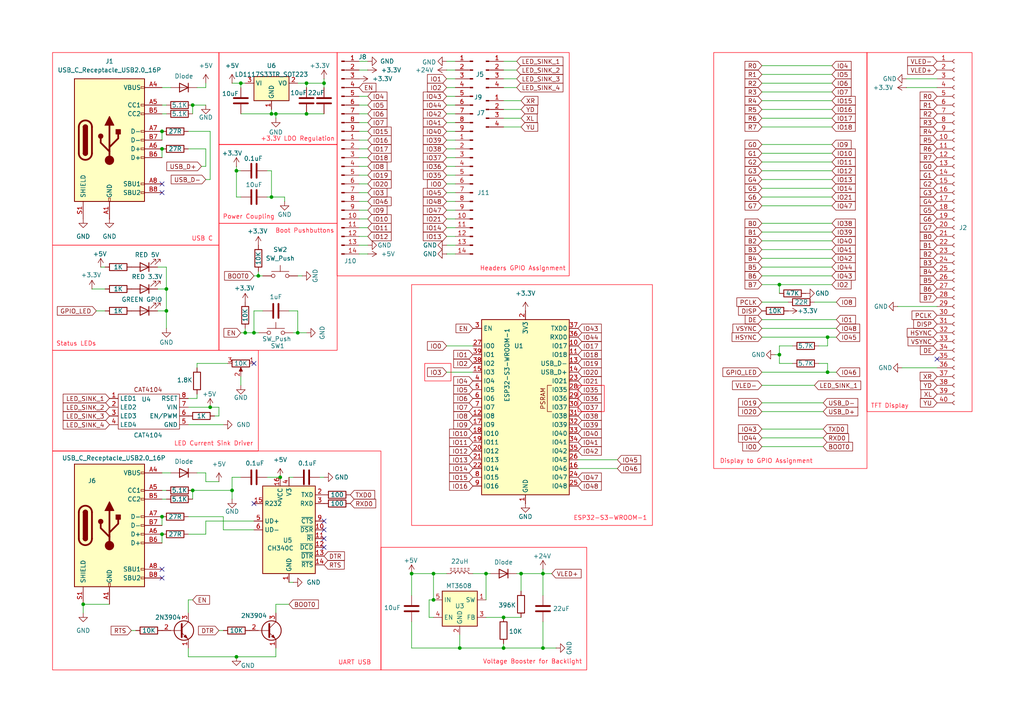
<source format=kicad_sch>
(kicad_sch (version 20250114) (generator "eeschema") (generator_version "9.0")
  (paper "A4")
  (lib_symbols
    (symbol "Connector:Conn_01x04_Pin" (pin_names (offset 1.016) (hide yes))
      (property "Reference" "J" (at 0 5.08 0))
      (property "Value" "Conn_01x04_Pin" (at 0 -7.62 0))
      (symbol "Conn_01x04_Pin_1_1"
        (pin passive line (at 5.08 2.54 180) (length 3.81) (name "Pin_1") (number "1"))
        (pin passive line (at 5.08 0 180) (length 3.81) (name "Pin_2") (number "2"))
        (pin passive line (at 5.08 -2.54 180) (length 3.81) (name "Pin_3") (number "3"))
        (pin passive line (at 5.08 -5.08 180) (length 3.81) (name "Pin_4") (number "4"))
      )
    )
    (symbol "Connector:Conn_01x09_Pin" (pin_names (offset 1.016) (hide yes))
      (property "Reference" "J" (at 0 12.7 0))
      (property "Value" "Conn_01x09_Pin" (at 0 -12.7 0))
      (symbol "Conn_01x09_Pin_1_1"
        (pin passive line (at 5.08 10.16 180) (length 3.81) (name "Pin_1") (number "1"))
        (pin passive line (at 5.08 7.62 180) (length 3.81) (name "Pin_2") (number "2"))
        (pin passive line (at 5.08 5.08 180) (length 3.81) (name "Pin_3") (number "3"))
        (pin passive line (at 5.08 2.54 180) (length 3.81) (name "Pin_4") (number "4"))
        (pin passive line (at 5.08 0 180) (length 3.81) (name "Pin_5") (number "5"))
        (pin passive line (at 5.08 -2.54 180) (length 3.81) (name "Pin_6") (number "6"))
        (pin passive line (at 5.08 -5.08 180) (length 3.81) (name "Pin_7") (number "7"))
        (pin passive line (at 5.08 -7.62 180) (length 3.81) (name "Pin_8") (number "8"))
        (pin passive line (at 5.08 -10.16 180) (length 3.81) (name "Pin_9") (number "9"))
      )
    )
    (symbol "Connector:Conn_01x14_Pin" (pin_names (offset 1.016) (hide yes))
      (property "Reference" "J" (at 0 17.78 0))
      (property "Value" "Conn_01x14_Pin" (at 0 -20.32 0))
      (symbol "Conn_01x14_Pin_1_1"
        (pin passive line (at 5.08 15.24 180) (length 3.81) (name "Pin_1") (number "1"))
        (pin passive line (at 5.08 12.7 180) (length 3.81) (name "Pin_2") (number "2"))
        (pin passive line (at 5.08 10.16 180) (length 3.81) (name "Pin_3") (number "3"))
        (pin passive line (at 5.08 7.62 180) (length 3.81) (name "Pin_4") (number "4"))
        (pin passive line (at 5.08 5.08 180) (length 3.81) (name "Pin_5") (number "5"))
        (pin passive line (at 5.08 2.54 180) (length 3.81) (name "Pin_6") (number "6"))
        (pin passive line (at 5.08 0 180) (length 3.81) (name "Pin_7") (number "7"))
        (pin passive line (at 5.08 -2.54 180) (length 3.81) (name "Pin_8") (number "8"))
        (pin passive line (at 5.08 -5.08 180) (length 3.81) (name "Pin_9") (number "9"))
        (pin passive line (at 5.08 -7.62 180) (length 3.81) (name "Pin_10") (number "10"))
        (pin passive line (at 5.08 -10.16 180) (length 3.81) (name "Pin_11") (number "11"))
        (pin passive line (at 5.08 -12.7 180) (length 3.81) (name "Pin_12") (number "12"))
        (pin passive line (at 5.08 -15.24 180) (length 3.81) (name "Pin_13") (number "13"))
        (pin passive line (at 5.08 -17.78 180) (length 3.81) (name "Pin_14") (number "14"))
      )
    )
    (symbol "Connector:Conn_01x40_Socket" (pin_names (offset 1.016) (hide yes))
      (property "Reference" "J" (at 0 50.8 0))
      (property "Value" "Conn_01x40_Socket" (at 0 -53.34 0))
      (symbol "Conn_01x40_Socket_1_1"
        (pin passive line (at -5.08 48.26 0) (length 3.81) (name "Pin_1") (number "1"))
        (pin passive line (at -5.08 45.72 0) (length 3.81) (name "Pin_2") (number "2"))
        (pin passive line (at -5.08 43.18 0) (length 3.81) (name "Pin_3") (number "3"))
        (pin passive line (at -5.08 40.64 0) (length 3.81) (name "Pin_4") (number "4"))
        (pin passive line (at -5.08 38.1 0) (length 3.81) (name "Pin_5") (number "5"))
        (pin passive line (at -5.08 35.56 0) (length 3.81) (name "Pin_6") (number "6"))
        (pin passive line (at -5.08 33.02 0) (length 3.81) (name "Pin_7") (number "7"))
        (pin passive line (at -5.08 30.48 0) (length 3.81) (name "Pin_8") (number "8"))
        (pin passive line (at -5.08 27.94 0) (length 3.81) (name "Pin_9") (number "9"))
        (pin passive line (at -5.08 25.4 0) (length 3.81) (name "Pin_10") (number "10"))
        (pin passive line (at -5.08 22.86 0) (length 3.81) (name "Pin_11") (number "11"))
        (pin passive line (at -5.08 20.32 0) (length 3.81) (name "Pin_12") (number "12"))
        (pin passive line (at -5.08 17.78 0) (length 3.81) (name "Pin_13") (number "13"))
        (pin passive line (at -5.08 15.24 0) (length 3.81) (name "Pin_14") (number "14"))
        (pin passive line (at -5.08 12.7 0) (length 3.81) (name "Pin_15") (number "15"))
        (pin passive line (at -5.08 10.16 0) (length 3.81) (name "Pin_16") (number "16"))
        (pin passive line (at -5.08 7.62 0) (length 3.81) (name "Pin_17") (number "17"))
        (pin passive line (at -5.08 5.08 0) (length 3.81) (name "Pin_18") (number "18"))
        (pin passive line (at -5.08 2.54 0) (length 3.81) (name "Pin_19") (number "19"))
        (pin passive line (at -5.08 0 0) (length 3.81) (name "Pin_20") (number "20"))
        (pin passive line (at -5.08 -2.54 0) (length 3.81) (name "Pin_21") (number "21"))
        (pin passive line (at -5.08 -5.08 0) (length 3.81) (name "Pin_22") (number "22"))
        (pin passive line (at -5.08 -7.62 0) (length 3.81) (name "Pin_23") (number "23"))
        (pin passive line (at -5.08 -10.16 0) (length 3.81) (name "Pin_24") (number "24"))
        (pin passive line (at -5.08 -12.7 0) (length 3.81) (name "Pin_25") (number "25"))
        (pin passive line (at -5.08 -15.24 0) (length 3.81) (name "Pin_26") (number "26"))
        (pin passive line (at -5.08 -17.78 0) (length 3.81) (name "Pin_27") (number "27"))
        (pin passive line (at -5.08 -20.32 0) (length 3.81) (name "Pin_28") (number "28"))
        (pin passive line (at -5.08 -22.86 0) (length 3.81) (name "Pin_29") (number "29"))
        (pin passive line (at -5.08 -25.4 0) (length 3.81) (name "Pin_30") (number "30"))
        (pin passive line (at -5.08 -27.94 0) (length 3.81) (name "Pin_31") (number "31"))
        (pin passive line (at -5.08 -30.48 0) (length 3.81) (name "Pin_32") (number "32"))
        (pin passive line (at -5.08 -33.02 0) (length 3.81) (name "Pin_33") (number "33"))
        (pin passive line (at -5.08 -35.56 0) (length 3.81) (name "Pin_34") (number "34"))
        (pin passive line (at -5.08 -38.1 0) (length 3.81) (name "Pin_35") (number "35"))
        (pin passive line (at -5.08 -40.64 0) (length 3.81) (name "Pin_36") (number "36"))
        (pin passive line (at -5.08 -43.18 0) (length 3.81) (name "Pin_37") (number "37"))
        (pin passive line (at -5.08 -45.72 0) (length 3.81) (name "Pin_38") (number "38"))
        (pin passive line (at -5.08 -48.26 0) (length 3.81) (name "Pin_39") (number "39"))
        (pin passive line (at -5.08 -50.8 0) (length 3.81) (name "Pin_40") (number "40"))
      )
    )
    (symbol "Connector:USB_C_Receptacle_USB2.0_16P" (pin_names (offset 1.016))
      (property "Reference" "J" (at 0 22.225 0))
      (property "Value" "USB_C_Receptacle_USB2.0_16P" (at 0 19.685 0))
      (symbol "USB_C_Receptacle_USB2.0_16P_1_1"
        (pin passive line (at -7.62 -22.86 90) (length 5.08) (name "SHIELD") (number "S1"))
        (pin passive line (at 0 -22.86 90) (length 5.08) (name "GND") (number "A1"))
        (pin passive line (at 0 -22.86 90) (length 5.08) (hide yes) (name "GND") (number "A12"))
        (pin passive line (at 0 -22.86 90) (length 5.08) (hide yes) (name "GND") (number "B1"))
        (pin passive line (at 0 -22.86 90) (length 5.08) (hide yes) (name "GND") (number "B12"))
        (pin passive line (at 15.24 15.24 180) (length 5.08) (name "VBUS") (number "A4"))
        (pin passive line (at 15.24 15.24 180) (length 5.08) (hide yes) (name "VBUS") (number "A9"))
        (pin passive line (at 15.24 15.24 180) (length 5.08) (hide yes) (name "VBUS") (number "B4"))
        (pin passive line (at 15.24 15.24 180) (length 5.08) (hide yes) (name "VBUS") (number "B9"))
        (pin bidirectional line (at 15.24 10.16 180) (length 5.08) (name "CC1") (number "A5"))
        (pin bidirectional line (at 15.24 7.62 180) (length 5.08) (name "CC2") (number "B5"))
        (pin bidirectional line (at 15.24 2.54 180) (length 5.08) (name "D-") (number "A7"))
        (pin bidirectional line (at 15.24 0 180) (length 5.08) (name "D-") (number "B7"))
        (pin bidirectional line (at 15.24 -2.54 180) (length 5.08) (name "D+") (number "A6"))
        (pin bidirectional line (at 15.24 -5.08 180) (length 5.08) (name "D+") (number "B6"))
        (pin bidirectional line (at 15.24 -12.7 180) (length 5.08) (name "SBU1") (number "A8"))
        (pin bidirectional line (at 15.24 -15.24 180) (length 5.08) (name "SBU2") (number "B8"))
      )
    )
    (symbol "Device:C" (pin_numbers (hide yes)) (pin_names (offset 0.254))
      (property "Reference" "C" (at 0.635 2.54 0))
      (property "Value" "C" (at 0.635 -2.54 0))
      (symbol "C_1_1"
        (pin passive line (at 0 3.81 270) (length 2.794) (name "~") (number "1"))
        (pin passive line (at 0 -3.81 90) (length 2.794) (name "~") (number "2"))
      )
    )
    (symbol "Device:D" (pin_numbers (hide yes)) (pin_names (offset 1.016) (hide yes))
      (property "Reference" "D" (at 0 2.54 0))
      (property "Value" "D" (at 0 -2.54 0))
      (symbol "D_1_1"
        (pin passive line (at -3.81 0 0) (length 2.54) (name "K") (number "1"))
        (pin passive line (at 3.81 0 180) (length 2.54) (name "A") (number "2"))
      )
    )
    (symbol "Device:LED" (pin_numbers (hide yes)) (pin_names (offset 1.016) (hide yes))
      (property "Reference" "D" (at 0 2.54 0))
      (property "Value" "LED" (at 0 -2.54 0))
      (symbol "LED_1_1"
        (pin passive line (at -3.81 0 0) (length 2.54) (name "K") (number "1"))
        (pin passive line (at 3.81 0 180) (length 2.54) (name "A") (number "2"))
      )
    )
    (symbol "Device:L_Ferrite" (pin_numbers (hide yes)) (pin_names (offset 1.016) (hide yes))
      (property "Reference" "L" (at -1.27 0 90))
      (property "Value" "L_Ferrite" (at 2.794 0 90))
      (symbol "L_Ferrite_1_1"
        (pin passive line (at 0 3.81 270) (length 1.27) (name "1") (number "1"))
        (pin passive line (at 0 -3.81 90) (length 1.27) (name "2") (number "2"))
      )
    )
    (symbol "Device:R" (pin_numbers (hide yes)) (pin_names (offset 0))
      (property "Reference" "R" (at 2.032 0 90))
      (property "Value" "R" (at 0 0 90))
      (symbol "R_1_1"
        (pin passive line (at 0 3.81 270) (length 1.27) (name "~") (number "1"))
        (pin passive line (at 0 -3.81 90) (length 1.27) (name "~") (number "2"))
      )
    )
    (symbol "Device:R_Potentiometer" (pin_names (offset 1.016) (hide yes))
      (property "Reference" "RV" (at -4.445 0 90))
      (property "Value" "R_Potentiometer" (at -2.54 0 90))
      (symbol "R_Potentiometer_1_1"
        (pin passive line (at 0 3.81 270) (length 1.27) (name "1") (number "1"))
        (pin passive line (at 0 -3.81 90) (length 1.27) (name "3") (number "3"))
        (pin passive line (at 3.81 0 180) (length 1.27) (name "2") (number "2"))
      )
    )
    (symbol "Interface_USB:CH340C"
      (property "Reference" "U" (at -5.08 13.97 0))
      (property "Value" "CH340C" (at 1.27 13.97 0))
      (symbol "CH340C_1_1"
        (pin input line (at -10.16 7.62 0) (length 2.54) (name "R232") (number "15"))
        (pin bidirectional line (at -10.16 2.54 0) (length 2.54) (name "UD+") (number "5"))
        (pin bidirectional line (at -10.16 0 0) (length 2.54) (name "UD-") (number "6"))
        (pin no_connect line (at -7.62 -5.08 0) (length 2.54) (hide yes) (name "NC") (number "7"))
        (pin no_connect line (at -7.62 -7.62 0) (length 2.54) (hide yes) (name "NC") (number "8"))
        (pin power_in line (at -2.54 15.24 270) (length 2.54) (name "VCC") (number "16"))
        (pin power_out line (at 0 15.24 270) (length 2.54) (name "V3") (number "4"))
        (pin power_in line (at 0 -15.24 90) (length 2.54) (name "GND") (number "1"))
        (pin output line (at 10.16 10.16 180) (length 2.54) (name "TXD") (number "2"))
        (pin input line (at 10.16 7.62 180) (length 2.54) (name "RXD") (number "3"))
        (pin input line (at 10.16 2.54 180) (length 2.54) (name "~{CTS}") (number "9"))
        (pin input line (at 10.16 0 180) (length 2.54) (name "~{DSR}") (number "10"))
        (pin input line (at 10.16 -2.54 180) (length 2.54) (name "~{RI}") (number "11"))
        (pin input line (at 10.16 -5.08 180) (length 2.54) (name "~{DCD}") (number "12"))
        (pin output line (at 10.16 -7.62 180) (length 2.54) (name "~{DTR}") (number "13"))
        (pin output line (at 10.16 -10.16 180) (length 2.54) (name "~{RTS}") (number "14"))
      )
    )
    (symbol "My_Library:CAT4104"
      (property "Reference" "U" (at -2.286 -3.048 0))
      (symbol "CAT4104_1_1"
        (text "CAT4104" (at -0.254 6.35 0) (effects (font (size 1.27 1.27))))
        (pin input line (at -11.43 3.81 0) (length 2.54) (name "LED1") (number "1"))
        (pin input line (at -11.43 1.27 0) (length 2.54) (name "LED2") (number "2"))
        (pin input line (at -11.43 -1.27 0) (length 2.54) (name "LED3") (number "3"))
        (pin input line (at -11.43 -3.81 0) (length 2.54) (name "LED4") (number "4"))
        (pin input line (at 11.43 3.81 180) (length 2.54) (name "RSET") (number "8"))
        (pin input line (at 11.43 1.27 180) (length 2.54) (name "VIN") (number "7"))
        (pin input line (at 11.43 -1.27 180) (length 2.54) (name "EN/PWM") (number "6"))
        (pin input line (at 11.43 -3.81 180) (length 2.54) (name "GND") (number "5"))
      )
    )
    (symbol "RF_Module:ESP32-S3-WROOM-1"
      (property "Reference" "U" (at -12.7 26.67 0))
      (property "Value" "ESP32-S3-WROOM-1" (at 12.7 26.67 0))
      (symbol "ESP32-S3-WROOM-1_0_0"
        (text "PSRAM" (at 5.08 2.54 900) (effects (font (size 1.27 1.27))))
      )
      (symbol "ESP32-S3-WROOM-1_1_1"
        (pin input line (at -15.24 22.86 0) (length 2.54) (name "EN") (number "3"))
        (pin bidirectional line (at -15.24 17.78 0) (length 2.54) (name "IO0") (number "27"))
        (pin bidirectional line (at -15.24 15.24 0) (length 2.54) (name "IO1") (number "39"))
        (pin bidirectional line (at -15.24 12.7 0) (length 2.54) (name "IO2") (number "38"))
        (pin bidirectional line (at -15.24 10.16 0) (length 2.54) (name "IO3") (number "15"))
        (pin bidirectional line (at -15.24 7.62 0) (length 2.54) (name "IO4") (number "4"))
        (pin bidirectional line (at -15.24 5.08 0) (length 2.54) (name "IO5") (number "5"))
        (pin bidirectional line (at -15.24 2.54 0) (length 2.54) (name "IO6") (number "6"))
        (pin bidirectional line (at -15.24 0 0) (length 2.54) (name "IO7") (number "7"))
        (pin bidirectional line (at -15.24 -2.54 0) (length 2.54) (name "IO8") (number "12"))
        (pin bidirectional line (at -15.24 -5.08 0) (length 2.54) (name "IO9") (number "17"))
        (pin bidirectional line (at -15.24 -7.62 0) (length 2.54) (name "IO10") (number "18"))
        (pin bidirectional line (at -15.24 -10.16 0) (length 2.54) (name "IO11") (number "19"))
        (pin bidirectional line (at -15.24 -12.7 0) (length 2.54) (name "IO12") (number "20"))
        (pin bidirectional line (at -15.24 -15.24 0) (length 2.54) (name "IO13") (number "21"))
        (pin bidirectional line (at -15.24 -17.78 0) (length 2.54) (name "IO14") (number "22"))
        (pin bidirectional line (at -15.24 -20.32 0) (length 2.54) (name "IO15") (number "8"))
        (pin bidirectional line (at -15.24 -22.86 0) (length 2.54) (name "IO16") (number "9"))
        (pin power_in line (at 0 27.94 270) (length 2.54) (name "3V3") (number "2"))
        (pin power_in line (at 0 -27.94 90) (length 2.54) (name "GND") (number "1"))
        (pin passive line (at 0 -27.94 90) (length 2.54) (hide yes) (name "GND") (number "40"))
        (pin passive line (at 0 -27.94 90) (length 2.54) (hide yes) (name "GND") (number "41"))
        (pin bidirectional line (at 15.24 22.86 180) (length 2.54) (name "TXD0") (number "37"))
        (pin bidirectional line (at 15.24 20.32 180) (length 2.54) (name "RXD0") (number "36"))
        (pin bidirectional line (at 15.24 17.78 180) (length 2.54) (name "IO17") (number "10"))
        (pin bidirectional line (at 15.24 15.24 180) (length 2.54) (name "IO18") (number "11"))
        (pin bidirectional line (at 15.24 12.7 180) (length 2.54) (name "USB_D-") (number "13"))
        (pin bidirectional line (at 15.24 10.16 180) (length 2.54) (name "USB_D+") (number "14"))
        (pin bidirectional line (at 15.24 7.62 180) (length 2.54) (name "IO21") (number "23"))
        (pin bidirectional line (at 15.24 5.08 180) (length 2.54) (name "IO35") (number "28"))
        (pin bidirectional line (at 15.24 2.54 180) (length 2.54) (name "IO36") (number "29"))
        (pin bidirectional line (at 15.24 0 180) (length 2.54) (name "IO37") (number "30"))
        (pin bidirectional line (at 15.24 -2.54 180) (length 2.54) (name "IO38") (number "31"))
        (pin bidirectional line (at 15.24 -5.08 180) (length 2.54) (name "IO39") (number "32"))
        (pin bidirectional line (at 15.24 -7.62 180) (length 2.54) (name "IO40") (number "33"))
        (pin bidirectional line (at 15.24 -10.16 180) (length 2.54) (name "IO41") (number "34"))
        (pin bidirectional line (at 15.24 -12.7 180) (length 2.54) (name "IO42") (number "35"))
        (pin bidirectional line (at 15.24 -15.24 180) (length 2.54) (name "IO45") (number "26"))
        (pin bidirectional line (at 15.24 -17.78 180) (length 2.54) (name "IO46") (number "16"))
        (pin bidirectional line (at 15.24 -20.32 180) (length 2.54) (name "IO47") (number "24"))
        (pin bidirectional line (at 15.24 -22.86 180) (length 2.54) (name "IO48") (number "25"))
      )
    )
    (symbol "Regulator_Linear:LD1117S33TR_SOT223"
      (property "Reference" "U" (at -3.81 3.175 0))
      (property "Value" "LD1117S33TR_SOT223" (at 0 3.175 0))
      (symbol "LD1117S33TR_SOT223_1_1"
        (pin power_in line (at -7.62 0 0) (length 2.54) (name "VI") (number "3"))
        (pin power_in line (at 0 -7.62 90) (length 2.54) (name "GND") (number "1"))
        (pin power_out line (at 7.62 0 180) (length 2.54) (name "VO") (number "2"))
      )
    )
    (symbol "Regulator_Switching:MT3608"
      (property "Reference" "U" (at -2.54 8.89 0))
      (property "Value" "MT3608" (at -3.81 6.35 0))
      (symbol "MT3608_1_1"
        (pin power_in line (at -7.62 2.54 0) (length 2.54) (name "IN") (number "5"))
        (pin input line (at -7.62 -2.54 0) (length 2.54) (name "EN") (number "4"))
        (pin power_in line (at 0 -7.62 90) (length 2.54) (name "GND") (number "2"))
        (pin no_connect line (at 5.08 0 180) (length 2.54) (hide yes) (name "NC") (number "6"))
        (pin passive line (at 7.62 2.54 180) (length 2.54) (name "SW") (number "1"))
        (pin input line (at 7.62 -2.54 180) (length 2.54) (name "FB") (number "3"))
      )
    )
    (symbol "Switch:SW_Push" (pin_numbers (hide yes)) (pin_names (offset 1.016) (hide yes))
      (property "Reference" "SW" (at 1.27 2.54 0))
      (property "Value" "SW_Push" (at 0 -1.524 0))
      (symbol "SW_Push_0_1"
        (pin passive line (at -5.08 0 0) (length 2.54) (name "1") (number "1"))
        (pin passive line (at 5.08 0 180) (length 2.54) (name "2") (number "2"))
      )
    )
    (symbol "Transistor_BJT:2N3904" (pin_names (offset 0) (hide yes))
      (property "Reference" "Q" (at 5.08 1.905 0))
      (property "Value" "2N3904" (at 5.08 0 0))
      (symbol "2N3904_1_1"
        (pin input line (at -5.08 0 0) (length 2.54) (name "B") (number "2"))
        (pin passive line (at 2.54 5.08 270) (length 2.54) (name "C") (number "3"))
        (pin passive line (at 2.54 -5.08 90) (length 2.54) (name "E") (number "1"))
      )
    )
    (symbol "power:+3.3V" (power) (pin_numbers (hide yes)) (pin_names (offset 0) (hide yes))
      (property "Value" "+3.3V" (at 0 3.556 0))
      (symbol "+3.3V_1_1"
        (pin power_in line (at 0 0 90) (length 0) (name "~") (number "1"))
      )
    )
    (symbol "power:+5V" (power) (pin_numbers (hide yes)) (pin_names (offset 0) (hide yes))
      (property "Value" "+5V" (at 0 3.556 0))
      (symbol "+5V_1_1"
        (pin power_in line (at 0 0 90) (length 0) (name "~") (number "1"))
      )
    )
    (symbol "power:GND" (power) (pin_numbers (hide yes)) (pin_names (offset 0) (hide yes))
      (property "Value" "GND" (at 0 -3.81 0))
      (symbol "GND_1_1"
        (pin power_in line (at 0 0 270) (length 0) (name "~") (number "1"))
      )
    )
  )
  (rectangle (start 15.24 130.81) (end 110.49 194.31) (stroke (width 0) (color 255 0 19 1)))
  (rectangle (start 63.5 64.77) (end 97.79 101.6) (stroke (width 0) (color 255 0 19 1)))
  (rectangle (start 97.79 15.24) (end 165.1 80.01) (stroke (width 0) (color 255 0 19 1)))
  (rectangle (start 63.5 15.24) (end 97.79 41.91) (stroke (width 0) (color 255 0 19 1)))
  (rectangle (start 207.01 15.24) (end 251.46 135.89) (stroke (width 0) (color 255 0 19 1)))
  (rectangle (start 15.24 101.6) (end 74.93 130.81) (stroke (width 0) (color 255 0 19 1)))
  (rectangle (start 251.46 15.24) (end 281.94 119.38) (stroke (width 0) (color 255 0 19 1)))
  (rectangle (start 63.5 41.91) (end 97.79 64.77) (stroke (width 0) (color 255 0 19 1)))
  (rectangle (start 110.49 158.75) (end 170.18 194.31) (stroke (width 0) (color 255 0 19 1)))
  (rectangle (start 15.24 15.24) (end 63.5 71.12) (stroke (width 0) (color 255 0 19 1)))
  (rectangle (start 119.38 82.55) (end 189.23 152.4) (stroke (width 0) (color 255 0 19 1)))
  (rectangle (start 123.19 105.41) (end 130.81 110.49) (stroke (width 0) (color 255 0 19 1)))
  (rectangle (start 15.24 71.12) (end 63.5 101.6) (stroke (width 0) (color 255 0 19 1)))
  (rectangle (start 167.64 111.76) (end 175.26 119.38) (stroke (width 0) (color 255 0 19 1)))
  (text "UART USB" (at 102.87 192.278 0) (effects (font (size 1.27 1.27))))
  (text "USB C" (at 58.674 69.342 0) (effects (font (size 1.27 1.27))))
  (text "Boot Pushbuttons" (at 88.392 67.056 0) (effects (font (size 1.27 1.27))))
  (text "+3.3V LDO Regulation" (at 86.36 40.386 0) (effects (font (size 1.27 1.27))))
  (text "Power Coupling" (at 72.136 62.992 0) (effects (font (size 1.27 1.27))))
  (text "Status LEDs" (at 22.098 99.822 0) (effects (font (size 1.27 1.27))))
  (text "LED Current Sink Driver" (at 61.976 128.778 0) (effects (font (size 1.27 1.27))))
  (text "ESP32-S3-WROOM-1" (at 177.038 150.368 0) (effects (font (size 1.27 1.27))))
  (text "TFT Display" (at 258.064 117.856 0) (effects (font (size 1.27 1.27))))
  (text "Headers GPIO Assignment\n" (at 151.638 77.978 0) (effects (font (size 1.27 1.27))))
  (text "Display to GPIO Assignment" (at 222.25 133.858 0) (effects (font (size 1.27 1.27))))
  (text "Voltage Booster for Backlight" (at 154.432 192.024 0) (effects (font (size 1.27 1.27))))
  (junction (at 125.73 173.99))
  (junction (at 48.26 90.17))
  (junction (at 86.36 96.52))
  (junction (at 60.96 118.11))
  (junction (at 125.73 166.37))
  (junction (at 74.93 80.01))
  (junction (at 69.85 24.13))
  (junction (at 46.99 38.1))
  (junction (at 46.99 149.86))
  (junction (at 24.13 175.26))
  (junction (at 80.01 33.02))
  (junction (at 133.35 187.96))
  (junction (at 226.06 82.55))
  (junction (at 146.05 187.96))
  (junction (at 146.05 179.07))
  (junction (at 240.03 97.79))
  (junction (at 46.99 43.18))
  (junction (at 55.88 30.48))
  (junction (at 48.26 83.82))
  (junction (at 68.58 190.5))
  (junction (at 226.06 102.87))
  (junction (at 88.9 33.02))
  (junction (at 46.99 154.94))
  (junction (at 157.48 187.96))
  (junction (at 157.48 166.37))
  (junction (at 140.97 166.37))
  (junction (at 67.31 142.24))
  (junction (at 151.13 166.37))
  (junction (at 240.03 107.95))
  (junction (at 68.58 49.53))
  (junction (at 55.88 142.24))
  (junction (at 93.98 24.13))
  (junction (at 73.66 96.52))
  (junction (at 71.12 96.52))
  (junction (at 119.38 166.37))
  (junction (at 78.74 57.15))
  (junction (at 81.28 138.43))
  (junction (at 88.9 24.13))
  (junction (at 78.74 33.02))
  (no_connect (at 73.66 105.41))
  (no_connect (at 271.78 104.14))
  (no_connect (at 46.99 55.88))
  (no_connect (at 93.98 156.21))
  (no_connect (at 93.98 158.75))
  (no_connect (at 46.99 165.1))
  (no_connect (at 46.99 53.34))
  (no_connect (at 93.98 151.13))
  (no_connect (at 46.99 167.64))
  (no_connect (at 93.98 153.67))
  (no_connect (at 73.66 146.05))
  (wire (pts (xy 83.82 138.43) (xy 85.09 138.43)))
  (wire (pts (xy 88.9 24.13) (xy 86.36 24.13)))
  (wire (pts (xy 241.3 49.53) (xy 220.98 49.53)))
  (wire (pts (xy 241.3 52.07) (xy 220.98 52.07)))
  (wire (pts (xy 59.69 154.94) (xy 54.61 154.94)))
  (wire (pts (xy 146.05 186.69) (xy 146.05 187.96)))
  (wire (pts (xy 129.54 48.26) (xy 132.08 48.26)))
  (wire (pts (xy 241.3 21.59) (xy 220.98 21.59)))
  (wire (pts (xy 64.77 182.88) (xy 63.5 182.88)))
  (wire (pts (xy 129.54 55.88) (xy 132.08 55.88)))
  (wire (pts (xy 241.3 31.75) (xy 220.98 31.75)))
  (wire (pts (xy 54.61 187.96) (xy 54.61 190.5)))
  (wire (pts (xy 146.05 31.75) (xy 151.13 31.75)))
  (wire (pts (xy 106.68 30.48) (xy 104.14 30.48)))
  (wire (pts (xy 151.13 166.37) (xy 157.48 166.37)))
  (wire (pts (xy 157.48 187.96) (xy 146.05 187.96)))
  (wire (pts (xy 106.68 17.78) (xy 104.14 17.78)))
  (wire (pts (xy 106.68 63.5) (xy 104.14 63.5)))
  (wire (pts (xy 140.97 166.37) (xy 137.16 166.37)))
  (wire (pts (xy 59.69 43.18) (xy 54.61 43.18)))
  (wire (pts (xy 59.69 25.4) (xy 57.15 25.4)))
  (wire (pts (xy 151.13 171.45) (xy 151.13 166.37)))
  (wire (pts (xy 78.74 49.53) (xy 77.47 49.53)))
  (wire (pts (xy 129.54 27.94) (xy 132.08 27.94)))
  (wire (pts (xy 68.58 49.53) (xy 68.58 57.15)))
  (wire (pts (xy 38.1 182.88) (xy 39.37 182.88)))
  (wire (pts (xy 242.57 107.95) (xy 240.03 107.95)))
  (wire (pts (xy 69.85 109.22) (xy 69.85 111.76)))
  (wire (pts (xy 129.54 73.66) (xy 132.08 73.66)))
  (wire (pts (xy 54.61 173.99) (xy 54.61 177.8)))
  (wire (pts (xy 241.3 26.67) (xy 220.98 26.67)))
  (wire (pts (xy 55.88 30.48) (xy 55.88 33.02)))
  (wire (pts (xy 73.66 96.52) (xy 71.12 96.52)))
  (wire (pts (xy 93.98 24.13) (xy 93.98 22.86)))
  (wire (pts (xy 76.2 80.01) (xy 74.93 80.01)))
  (wire (pts (xy 64.77 123.19) (xy 54.61 123.19)))
  (wire (pts (xy 241.3 67.31) (xy 220.98 67.31)))
  (wire (pts (xy 129.54 58.42) (xy 132.08 58.42)))
  (wire (pts (xy 59.69 137.16) (xy 57.15 137.16)))
  (wire (pts (xy 241.3 36.83) (xy 220.98 36.83)))
  (wire (pts (xy 93.98 138.43) (xy 92.71 138.43)))
  (wire (pts (xy 129.54 63.5) (xy 132.08 63.5)))
  (wire (pts (xy 59.69 25.4) (xy 59.69 24.13)))
  (wire (pts (xy 129.54 43.18) (xy 132.08 43.18)))
  (wire (pts (xy 241.3 34.29) (xy 220.98 34.29)))
  (wire (pts (xy 140.97 179.07) (xy 146.05 179.07)))
  (wire (pts (xy 146.05 34.29) (xy 151.13 34.29)))
  (wire (pts (xy 241.3 59.69) (xy 220.98 59.69)))
  (wire (pts (xy 220.98 129.54) (xy 238.76 129.54)))
  (wire (pts (xy 88.9 96.52) (xy 86.36 96.52)))
  (wire (pts (xy 238.76 127) (xy 220.98 127)))
  (wire (pts (xy 68.58 190.5) (xy 80.01 190.5)))
  (wire (pts (xy 106.68 55.88) (xy 104.14 55.88)))
  (wire (pts (xy 48.26 142.24) (xy 46.99 142.24)))
  (wire (pts (xy 220.98 92.71) (xy 242.57 92.71)))
  (wire (pts (xy 69.85 49.53) (xy 68.58 49.53)))
  (wire (pts (xy 49.53 137.16) (xy 46.99 137.16)))
  (wire (pts (xy 129.54 53.34) (xy 132.08 53.34)))
  (wire (pts (xy 67.31 24.13) (xy 69.85 24.13)))
  (wire (pts (xy 262.89 22.86) (xy 271.78 22.86)))
  (wire (pts (xy 59.69 52.07) (xy 60.96 52.07)))
  (wire (pts (xy 129.54 68.58) (xy 132.08 68.58)))
  (wire (pts (xy 78.74 31.75) (xy 78.74 33.02)))
  (wire (pts (xy 48.26 83.82) (xy 48.26 90.17)))
  (wire (pts (xy 226.06 82.55) (xy 220.98 82.55)))
  (wire (pts (xy 24.13 175.26) (xy 31.75 175.26)))
  (wire (pts (xy 59.69 139.7) (xy 59.69 137.16)))
  (wire (pts (xy 58.42 48.26) (xy 59.69 48.26)))
  (wire (pts (xy 80.01 175.26) (xy 80.01 177.8)))
  (wire (pts (xy 119.38 180.34) (xy 119.38 187.96)))
  (wire (pts (xy 129.54 71.12) (xy 132.08 71.12)))
  (wire (pts (xy 106.68 35.56) (xy 104.14 35.56)))
  (wire (pts (xy 179.07 133.35) (xy 167.64 133.35)))
  (wire (pts (xy 149.86 22.86) (xy 146.05 22.86)))
  (wire (pts (xy 119.38 166.37) (xy 125.73 166.37)))
  (wire (pts (xy 71.12 95.25) (xy 71.12 96.52)))
  (wire (pts (xy 179.07 135.89) (xy 167.64 135.89)))
  (wire (pts (xy 68.58 49.53) (xy 68.58 48.26)))
  (wire (pts (xy 129.54 60.96) (xy 132.08 60.96)))
  (wire (pts (xy 236.22 87.63) (xy 242.57 87.63)))
  (wire (pts (xy 226.06 82.55) (xy 226.06 85.09)))
  (wire (pts (xy 106.68 71.12) (xy 104.14 71.12)))
  (wire (pts (xy 129.54 35.56) (xy 132.08 35.56)))
  (wire (pts (xy 260.35 88.9) (xy 271.78 88.9)))
  (wire (pts (xy 236.22 111.76) (xy 220.98 111.76)))
  (wire (pts (xy 78.74 49.53) (xy 78.74 57.15)))
  (wire (pts (xy 55.88 142.24) (xy 55.88 144.78)))
  (wire (pts (xy 73.66 90.17) (xy 76.2 90.17)))
  (wire (pts (xy 80.01 190.5) (xy 80.01 187.96)))
  (wire (pts (xy 220.98 87.63) (xy 228.6 87.63)))
  (wire (pts (xy 240.03 97.79) (xy 242.57 97.79)))
  (wire (pts (xy 241.3 46.99) (xy 220.98 46.99)))
  (wire (pts (xy 241.3 69.85) (xy 220.98 69.85)))
  (wire (pts (xy 133.35 187.96) (xy 146.05 187.96)))
  (wire (pts (xy 140.97 166.37) (xy 140.97 173.99)))
  (wire (pts (xy 241.3 44.45) (xy 220.98 44.45)))
  (wire (pts (xy 71.12 96.52) (xy 69.85 96.52)))
  (wire (pts (xy 240.03 107.95) (xy 220.98 107.95)))
  (wire (pts (xy 106.68 43.18) (xy 104.14 43.18)))
  (wire (pts (xy 48.26 144.78) (xy 46.99 144.78)))
  (wire (pts (xy 74.93 78.74) (xy 74.93 80.01)))
  (wire (pts (xy 82.55 58.42) (xy 82.55 57.15)))
  (wire (pts (xy 125.73 179.07) (xy 124.46 179.07)))
  (wire (pts (xy 129.54 66.04) (xy 132.08 66.04)))
  (wire (pts (xy 129.54 33.02) (xy 132.08 33.02)))
  (wire (pts (xy 57.15 105.41) (xy 57.15 106.68)))
  (wire (pts (xy 142.24 166.37) (xy 140.97 166.37)))
  (wire (pts (xy 124.46 173.99) (xy 125.73 173.99)))
  (wire (pts (xy 146.05 29.21) (xy 151.13 29.21)))
  (wire (pts (xy 54.61 190.5) (xy 68.58 190.5)))
  (wire (pts (xy 106.68 33.02) (xy 104.14 33.02)))
  (wire (pts (xy 74.93 96.52) (xy 73.66 96.52)))
  (wire (pts (xy 69.85 25.4) (xy 69.85 24.13)))
  (wire (pts (xy 129.54 17.78) (xy 132.08 17.78)))
  (wire (pts (xy 60.96 118.11) (xy 54.61 118.11)))
  (wire (pts (xy 129.54 107.95) (xy 137.16 107.95)))
  (wire (pts (xy 240.03 105.41) (xy 237.49 105.41)))
  (wire (pts (xy 157.48 165.1) (xy 157.48 166.37)))
  (wire (pts (xy 129.54 50.8) (xy 132.08 50.8)))
  (wire (pts (xy 238.76 116.84) (xy 220.98 116.84)))
  (wire (pts (xy 46.99 149.86) (xy 46.99 152.4)))
  (wire (pts (xy 106.68 45.72) (xy 104.14 45.72)))
  (wire (pts (xy 55.88 173.99) (xy 54.61 173.99)))
  (wire (pts (xy 241.3 19.05) (xy 220.98 19.05)))
  (wire (pts (xy 69.85 33.02) (xy 78.74 33.02)))
  (wire (pts (xy 46.99 38.1) (xy 46.99 40.64)))
  (wire (pts (xy 106.68 50.8) (xy 104.14 50.8)))
  (wire (pts (xy 46.99 43.18) (xy 46.99 45.72)))
  (wire (pts (xy 237.49 100.33) (xy 240.03 100.33)))
  (wire (pts (xy 129.54 25.4) (xy 132.08 25.4)))
  (wire (pts (xy 220.98 95.25) (xy 242.57 95.25)))
  (wire (pts (xy 149.86 17.78) (xy 146.05 17.78)))
  (wire (pts (xy 48.26 90.17) (xy 45.72 90.17)))
  (wire (pts (xy 106.68 38.1) (xy 104.14 38.1)))
  (wire (pts (xy 106.68 53.34) (xy 104.14 53.34)))
  (wire (pts (xy 224.79 102.87) (xy 226.06 102.87)))
  (wire (pts (xy 241.3 54.61) (xy 220.98 54.61)))
  (wire (pts (xy 149.86 25.4) (xy 146.05 25.4)))
  (wire (pts (xy 119.38 166.37) (xy 119.38 172.72)))
  (wire (pts (xy 66.04 105.41) (xy 57.15 105.41)))
  (wire (pts (xy 261.62 106.68) (xy 271.78 106.68)))
  (wire (pts (xy 241.3 24.13) (xy 220.98 24.13)))
  (wire (pts (xy 149.86 20.32) (xy 146.05 20.32)))
  (wire (pts (xy 241.3 80.01) (xy 220.98 80.01)))
  (wire (pts (xy 45.72 77.47) (xy 48.26 77.47)))
  (wire (pts (xy 27.94 90.17) (xy 30.48 90.17)))
  (wire (pts (xy 48.26 33.02) (xy 46.99 33.02)))
  (wire (pts (xy 226.06 105.41) (xy 229.87 105.41)))
  (wire (pts (xy 106.68 60.96) (xy 104.14 60.96)))
  (wire (pts (xy 68.58 57.15) (xy 69.85 57.15)))
  (wire (pts (xy 241.3 64.77) (xy 220.98 64.77)))
  (wire (pts (xy 73.66 96.52) (xy 73.66 90.17)))
  (wire (pts (xy 57.15 114.3) (xy 57.15 115.57)))
  (wire (pts (xy 85.09 168.91) (xy 83.82 168.91)))
  (wire (pts (xy 106.68 73.66) (xy 104.14 73.66)))
  (wire (pts (xy 59.69 30.48) (xy 55.88 30.48)))
  (wire (pts (xy 69.85 24.13) (xy 71.12 24.13)))
  (wire (pts (xy 63.5 118.11) (xy 60.96 118.11)))
  (wire (pts (xy 67.31 142.24) (xy 67.31 138.43)))
  (wire (pts (xy 29.21 77.47) (xy 30.48 77.47)))
  (wire (pts (xy 59.69 139.7) (xy 63.5 139.7)))
  (wire (pts (xy 82.55 57.15) (xy 78.74 57.15)))
  (wire (pts (xy 241.3 57.15) (xy 220.98 57.15)))
  (wire (pts (xy 106.68 20.32) (xy 104.14 20.32)))
  (wire (pts (xy 59.69 48.26) (xy 59.69 43.18)))
  (wire (pts (xy 241.3 29.21) (xy 220.98 29.21)))
  (wire (pts (xy 262.89 25.4) (xy 271.78 25.4)))
  (wire (pts (xy 67.31 144.78) (xy 67.31 142.24)))
  (wire (pts (xy 48.26 77.47) (xy 48.26 83.82)))
  (wire (pts (xy 86.36 90.17) (xy 86.36 96.52)))
  (wire (pts (xy 241.3 82.55) (xy 226.06 82.55)))
  (wire (pts (xy 125.73 166.37) (xy 125.73 173.99)))
  (wire (pts (xy 57.15 115.57) (xy 54.61 115.57)))
  (wire (pts (xy 88.9 24.13) (xy 93.98 24.13)))
  (wire (pts (xy 226.06 102.87) (xy 226.06 100.33)))
  (wire (pts (xy 48.26 90.17) (xy 48.26 95.25)))
  (wire (pts (xy 64.77 149.86) (xy 64.77 153.67)))
  (wire (pts (xy 80.01 33.02) (xy 88.9 33.02)))
  (wire (pts (xy 83.82 175.26) (xy 80.01 175.26)))
  (wire (pts (xy 63.5 120.65) (xy 63.5 118.11)))
  (wire (pts (xy 149.86 166.37) (xy 151.13 166.37)))
  (wire (pts (xy 240.03 107.95) (xy 240.03 105.41)))
  (wire (pts (xy 238.76 119.38) (xy 220.98 119.38)))
  (wire (pts (xy 54.61 149.86) (xy 64.77 149.86)))
  (wire (pts (xy 87.63 80.01) (xy 86.36 80.01)))
  (wire (pts (xy 80.01 34.29) (xy 80.01 33.02)))
  (wire (pts (xy 129.54 30.48) (xy 132.08 30.48)))
  (wire (pts (xy 60.96 38.1) (xy 54.61 38.1)))
  (wire (pts (xy 226.06 100.33) (xy 229.87 100.33)))
  (wire (pts (xy 48.26 83.82) (xy 45.72 83.82)))
  (wire (pts (xy 119.38 187.96) (xy 133.35 187.96)))
  (wire (pts (xy 78.74 57.15) (xy 77.47 57.15)))
  (wire (pts (xy 129.54 40.64) (xy 132.08 40.64)))
  (wire (pts (xy 220.98 97.79) (xy 240.03 97.79)))
  (wire (pts (xy 62.23 120.65) (xy 63.5 120.65)))
  (wire (pts (xy 73.66 151.13) (xy 59.69 151.13)))
  (wire (pts (xy 106.68 66.04) (xy 104.14 66.04)))
  (wire (pts (xy 157.48 180.34) (xy 157.48 187.96)))
  (wire (pts (xy 129.54 38.1) (xy 132.08 38.1)))
  (wire (pts (xy 67.31 142.24) (xy 55.88 142.24)))
  (wire (pts (xy 226.06 102.87) (xy 226.06 105.41)))
  (wire (pts (xy 46.99 154.94) (xy 46.99 157.48)))
  (wire (pts (xy 74.93 80.01) (xy 73.66 80.01)))
  (wire (pts (xy 146.05 36.83) (xy 151.13 36.83)))
  (wire (pts (xy 67.31 138.43) (xy 69.85 138.43)))
  (wire (pts (xy 240.03 97.79) (xy 240.03 100.33)))
  (wire (pts (xy 49.53 25.4) (xy 46.99 25.4)))
  (wire (pts (xy 157.48 166.37) (xy 157.48 172.72)))
  (wire (pts (xy 106.68 40.64) (xy 104.14 40.64)))
  (wire (pts (xy 241.3 72.39) (xy 220.98 72.39)))
  (wire (pts (xy 160.02 166.37) (xy 157.48 166.37)))
  (wire (pts (xy 146.05 179.07) (xy 151.13 179.07)))
  (wire (pts (xy 93.98 25.4) (xy 93.98 24.13)))
  (wire (pts (xy 125.73 166.37) (xy 129.54 166.37)))
  (wire (pts (xy 241.3 77.47) (xy 220.98 77.47)))
  (wire (pts (xy 24.13 177.8) (xy 24.13 175.26)))
  (wire (pts (xy 86.36 96.52) (xy 85.09 96.52)))
  (wire (pts (xy 59.69 151.13) (xy 59.69 154.94)))
  (wire (pts (xy 161.29 187.96) (xy 157.48 187.96)))
  (wire (pts (xy 78.74 33.02) (xy 80.01 33.02)))
  (wire (pts (xy 77.47 138.43) (xy 81.28 138.43)))
  (wire (pts (xy 106.68 27.94) (xy 104.14 27.94)))
  (wire (pts (xy 129.54 100.33) (xy 137.16 100.33)))
  (wire (pts (xy 241.3 74.93) (xy 220.98 74.93)))
  (wire (pts (xy 26.67 83.82) (xy 30.48 83.82)))
  (wire (pts (xy 60.96 52.07) (xy 60.96 38.1)))
  (wire (pts (xy 88.9 33.02) (xy 93.98 33.02)))
  (wire (pts (xy 64.77 153.67) (xy 73.66 153.67)))
  (wire (pts (xy 129.54 20.32) (xy 132.08 20.32)))
  (wire (pts (xy 241.3 41.91) (xy 220.98 41.91)))
  (wire (pts (xy 88.9 25.4) (xy 88.9 24.13)))
  (wire (pts (xy 106.68 68.58) (xy 104.14 68.58)))
  (wire (pts (xy 106.68 48.26) (xy 104.14 48.26)))
  (wire (pts (xy 104.14 58.42) (xy 106.68 58.42)))
  (wire (pts (xy 48.26 30.48) (xy 46.99 30.48)))
  (wire (pts (xy 129.54 45.72) (xy 132.08 45.72)))
  (wire (pts (xy 238.76 124.46) (xy 220.98 124.46)))
  (wire (pts (xy 133.35 184.15) (xy 133.35 187.96)))
  (wire (pts (xy 83.82 90.17) (xy 86.36 90.17)))
  (wire (pts (xy 124.46 179.07) (xy 124.46 173.99)))
  (wire (pts (xy 129.54 22.86) (xy 132.08 22.86)))
  (global_label "R3" (shape input) (at 271.78 35.56 180) (property "Intersheetrefs" "${INTERSHEET_REFS}" (effects (hide yes))))
  (global_label "IO17" (shape input) (at 167.64 100.33 0) (property "Intersheetrefs" "${INTERSHEET_REFS}" (effects (hide yes))))
  (global_label "VSYNC" (shape input) (at 220.98 95.25 180) (property "Intersheetrefs" "${INTERSHEET_REFS}" (effects (hide yes))))
  (global_label "IO19" (shape input) (at 220.98 116.84 180) (property "Intersheetrefs" "${INTERSHEET_REFS}" (effects (hide yes))))
  (global_label "IO13" (shape input) (at 137.16 133.35 180) (property "Intersheetrefs" "${INTERSHEET_REFS}" (effects (hide yes))))
  (global_label "BOOT0" (shape input) (at 238.76 129.54 0) (property "Intersheetrefs" "${INTERSHEET_REFS}" (effects (hide yes))))
  (global_label "IO18" (shape input) (at 241.3 36.83 0) (property "Intersheetrefs" "${INTERSHEET_REFS}" (effects (hide yes))))
  (global_label "IO14" (shape input) (at 241.3 54.61 0) (property "Intersheetrefs" "${INTERSHEET_REFS}" (effects (hide yes))))
  (global_label "BOOT0" (shape input) (at 73.66 80.01 180) (property "Intersheetrefs" "${INTERSHEET_REFS}" (effects (hide yes))))
  (global_label "R6" (shape input) (at 271.78 43.18 180) (property "Intersheetrefs" "${INTERSHEET_REFS}" (effects (hide yes))))
  (global_label "B2" (shape input) (at 220.98 69.85 180) (property "Intersheetrefs" "${INTERSHEET_REFS}" (effects (hide yes))))
  (global_label "LED_SINK_1" (shape input) (at 31.75 115.57 180) (property "Intersheetrefs" "${INTERSHEET_REFS}" (effects (hide yes))))
  (global_label "IO4" (shape input) (at 106.68 27.94 0) (property "Intersheetrefs" "${INTERSHEET_REFS}" (effects (hide yes))))
  (global_label "IO17" (shape input) (at 241.3 34.29 0) (property "Intersheetrefs" "${INTERSHEET_REFS}" (effects (hide yes))))
  (global_label "R1" (shape input) (at 271.78 30.48 180) (property "Intersheetrefs" "${INTERSHEET_REFS}" (effects (hide yes))))
  (global_label "USB_D+" (shape input) (at 58.42 48.26 180) (property "Intersheetrefs" "${INTERSHEET_REFS}" (effects (hide yes))))
  (global_label "IO44" (shape input) (at 220.98 127 180) (property "Intersheetrefs" "${INTERSHEET_REFS}" (effects (hide yes))))
  (global_label "IO3" (shape input) (at 106.68 55.88 0) (property "Intersheetrefs" "${INTERSHEET_REFS}" (effects (hide yes))))
  (global_label "DTR" (shape input) (at 63.5 182.88 180) (property "Intersheetrefs" "${INTERSHEET_REFS}" (effects (hide yes))))
  (global_label "G3" (shape input) (at 271.78 55.88 180) (property "Intersheetrefs" "${INTERSHEET_REFS}" (effects (hide yes))))
  (global_label "B2" (shape input) (at 271.78 73.66 180) (property "Intersheetrefs" "${INTERSHEET_REFS}" (effects (hide yes))))
  (global_label "B3" (shape input) (at 220.98 72.39 180) (property "Intersheetrefs" "${INTERSHEET_REFS}" (effects (hide yes))))
  (global_label "IO41" (shape input) (at 167.64 128.27 0) (property "Intersheetrefs" "${INTERSHEET_REFS}" (effects (hide yes))))
  (global_label "IO19" (shape input) (at 106.68 50.8 0) (property "Intersheetrefs" "${INTERSHEET_REFS}" (effects (hide yes))))
  (global_label "IO1" (shape input) (at 242.57 92.71 0) (property "Intersheetrefs" "${INTERSHEET_REFS}" (effects (hide yes))))
  (global_label "IO21" (shape input) (at 129.54 63.5 180) (property "Intersheetrefs" "${INTERSHEET_REFS}" (effects (hide yes))))
  (global_label "IO45" (shape input) (at 129.54 55.88 180) (property "Intersheetrefs" "${INTERSHEET_REFS}" (effects (hide yes))))
  (global_label "IO5" (shape input) (at 241.3 21.59 0) (property "Intersheetrefs" "${INTERSHEET_REFS}" (effects (hide yes))))
  (global_label "R2" (shape input) (at 220.98 24.13 180) (property "Intersheetrefs" "${INTERSHEET_REFS}" (effects (hide yes))))
  (global_label "IO2" (shape input) (at 137.16 105.41 180) (property "Intersheetrefs" "${INTERSHEET_REFS}" (effects (hide yes))))
  (global_label "IO40" (shape input) (at 241.3 69.85 0) (property "Intersheetrefs" "${INTERSHEET_REFS}" (effects (hide yes))))
  (global_label "EN" (shape input) (at 137.16 95.25 180) (property "Intersheetrefs" "${INTERSHEET_REFS}" (effects (hide yes))))
  (global_label "IO19" (shape input) (at 167.64 105.41 0) (property "Intersheetrefs" "${INTERSHEET_REFS}" (effects (hide yes))))
  (global_label "R3" (shape input) (at 220.98 26.67 180) (property "Intersheetrefs" "${INTERSHEET_REFS}" (effects (hide yes))))
  (global_label "B6" (shape input) (at 271.78 83.82 180) (property "Intersheetrefs" "${INTERSHEET_REFS}" (effects (hide yes))))
  (global_label "IO40" (shape input) (at 129.54 38.1 180) (property "Intersheetrefs" "${INTERSHEET_REFS}" (effects (hide yes))))
  (global_label "IO45" (shape input) (at 179.07 133.35 0) (property "Intersheetrefs" "${INTERSHEET_REFS}" (effects (hide yes))))
  (global_label "B1" (shape input) (at 271.78 71.12 180) (property "Intersheetrefs" "${INTERSHEET_REFS}" (effects (hide yes))))
  (global_label "IO14" (shape input) (at 129.54 66.04 180) (property "Intersheetrefs" "${INTERSHEET_REFS}" (effects (hide yes))))
  (global_label "IO37" (shape input) (at 129.54 45.72 180) (property "Intersheetrefs" "${INTERSHEET_REFS}" (effects (hide yes))))
  (global_label "IO20" (shape input) (at 167.64 107.95 0) (property "Intersheetrefs" "${INTERSHEET_REFS}" (effects (hide yes))))
  (global_label "IO17" (shape input) (at 106.68 43.18 0) (property "Intersheetrefs" "${INTERSHEET_REFS}" (effects (hide yes))))
  (global_label "IO44" (shape input) (at 167.64 97.79 0) (property "Intersheetrefs" "${INTERSHEET_REFS}" (effects (hide yes))))
  (global_label "IO38" (shape input) (at 167.64 120.65 0) (property "Intersheetrefs" "${INTERSHEET_REFS}" (effects (hide yes))))
  (global_label "VSYNC" (shape input) (at 271.78 99.06 180) (property "Intersheetrefs" "${INTERSHEET_REFS}" (effects (hide yes))))
  (global_label "IO20" (shape input) (at 220.98 119.38 180) (property "Intersheetrefs" "${INTERSHEET_REFS}" (effects (hide yes))))
  (global_label "IO43" (shape input) (at 241.3 80.01 0) (property "Intersheetrefs" "${INTERSHEET_REFS}" (effects (hide yes))))
  (global_label "TXD0" (shape input) (at 238.76 124.46 0) (property "Intersheetrefs" "${INTERSHEET_REFS}" (effects (hide yes))))
  (global_label "G1" (shape input) (at 220.98 44.45 180) (property "Intersheetrefs" "${INTERSHEET_REFS}" (effects (hide yes))))
  (global_label "IO36" (shape input) (at 167.64 115.57 0) (property "Intersheetrefs" "${INTERSHEET_REFS}" (effects (hide yes))))
  (global_label "R0" (shape input) (at 220.98 19.05 180) (property "Intersheetrefs" "${INTERSHEET_REFS}" (effects (hide yes))))
  (global_label "RXD0" (shape input) (at 238.76 127 0) (property "Intersheetrefs" "${INTERSHEET_REFS}" (effects (hide yes))))
  (global_label "IO38" (shape input) (at 241.3 64.77 0) (property "Intersheetrefs" "${INTERSHEET_REFS}" (effects (hide yes))))
  (global_label "G0" (shape input) (at 271.78 48.26 180) (property "Intersheetrefs" "${INTERSHEET_REFS}" (effects (hide yes))))
  (global_label "R7" (shape input) (at 220.98 36.83 180) (property "Intersheetrefs" "${INTERSHEET_REFS}" (effects (hide yes))))
  (global_label "R2" (shape input) (at 271.78 33.02 180) (property "Intersheetrefs" "${INTERSHEET_REFS}" (effects (hide yes))))
  (global_label "IO8" (shape input) (at 137.16 120.65 180) (property "Intersheetrefs" "${INTERSHEET_REFS}" (effects (hide yes))))
  (global_label "IO6" (shape input) (at 241.3 24.13 0) (property "Intersheetrefs" "${INTERSHEET_REFS}" (effects (hide yes))))
  (global_label "VLED-" (shape input) (at 271.78 17.78 180) (property "Intersheetrefs" "${INTERSHEET_REFS}" (effects (hide yes))))
  (global_label "IO42" (shape input) (at 241.3 74.93 0) (property "Intersheetrefs" "${INTERSHEET_REFS}" (effects (hide yes))))
  (global_label "IO44" (shape input) (at 241.3 77.47 0) (property "Intersheetrefs" "${INTERSHEET_REFS}" (effects (hide yes))))
  (global_label "VLED-" (shape input) (at 220.98 111.76 180) (property "Intersheetrefs" "${INTERSHEET_REFS}" (effects (hide yes))))
  (global_label "IO47" (shape input) (at 241.3 59.69 0) (property "Intersheetrefs" "${INTERSHEET_REFS}" (effects (hide yes))))
  (global_label "DISP" (shape input) (at 271.78 93.98 180) (property "Intersheetrefs" "${INTERSHEET_REFS}" (effects (hide yes))))
  (global_label "IO21" (shape input) (at 167.64 110.49 0) (property "Intersheetrefs" "${INTERSHEET_REFS}" (effects (hide yes))))
  (global_label "R5" (shape input) (at 220.98 31.75 180) (property "Intersheetrefs" "${INTERSHEET_REFS}" (effects (hide yes))))
  (global_label "IO48" (shape input) (at 167.64 140.97 0) (property "Intersheetrefs" "${INTERSHEET_REFS}" (effects (hide yes))))
  (global_label "IO37" (shape input) (at 167.64 118.11 0) (property "Intersheetrefs" "${INTERSHEET_REFS}" (effects (hide yes))))
  (global_label "G4" (shape input) (at 271.78 58.42 180) (property "Intersheetrefs" "${INTERSHEET_REFS}" (effects (hide yes))))
  (global_label "IO0" (shape input) (at 129.54 100.33 180) (property "Intersheetrefs" "${INTERSHEET_REFS}" (effects (hide yes))))
  (global_label "USB_D-" (shape input) (at 238.76 116.84 0) (property "Intersheetrefs" "${INTERSHEET_REFS}" (effects (hide yes))))
  (global_label "IO12" (shape input) (at 106.68 68.58 0) (property "Intersheetrefs" "${INTERSHEET_REFS}" (effects (hide yes))))
  (global_label "IO14" (shape input) (at 137.16 135.89 180) (property "Intersheetrefs" "${INTERSHEET_REFS}" (effects (hide yes))))
  (global_label "IO7" (shape input) (at 106.68 35.56 0) (property "Intersheetrefs" "${INTERSHEET_REFS}" (effects (hide yes))))
  (global_label "IO39" (shape input) (at 241.3 67.31 0) (property "Intersheetrefs" "${INTERSHEET_REFS}" (effects (hide yes))))
  (global_label "IO21" (shape input) (at 241.3 57.15 0) (property "Intersheetrefs" "${INTERSHEET_REFS}" (effects (hide yes))))
  (global_label "IO15" (shape input) (at 241.3 29.21 0) (property "Intersheetrefs" "${INTERSHEET_REFS}" (effects (hide yes))))
  (global_label "IO10" (shape input) (at 241.3 44.45 0) (property "Intersheetrefs" "${INTERSHEET_REFS}" (effects (hide yes))))
  (global_label "B1" (shape input) (at 220.98 67.31 180) (property "Intersheetrefs" "${INTERSHEET_REFS}" (effects (hide yes))))
  (global_label "G1" (shape input) (at 271.78 50.8 180) (property "Intersheetrefs" "${INTERSHEET_REFS}" (effects (hide yes))))
  (global_label "HSYNC" (shape input) (at 220.98 97.79 180) (property "Intersheetrefs" "${INTERSHEET_REFS}" (effects (hide yes))))
  (global_label "IO41" (shape input) (at 241.3 72.39 0) (property "Intersheetrefs" "${INTERSHEET_REFS}" (effects (hide yes))))
  (global_label "LED_SINK_2" (shape input) (at 149.86 20.32 0) (property "Intersheetrefs" "${INTERSHEET_REFS}" (effects (hide yes))))
  (global_label "PCLK" (shape input) (at 271.78 91.44 180) (property "Intersheetrefs" "${INTERSHEET_REFS}" (effects (hide yes))))
  (global_label "G6" (shape input) (at 271.78 63.5 180) (property "Intersheetrefs" "${INTERSHEET_REFS}" (effects (hide yes))))
  (global_label "LED_SINK_4" (shape input) (at 31.75 123.19 180) (property "Intersheetrefs" "${INTERSHEET_REFS}" (effects (hide yes))))
  (global_label "GPIO_LED" (shape input) (at 220.98 107.95 180) (property "Intersheetrefs" "${INTERSHEET_REFS}" (effects (hide yes))))
  (global_label "G5" (shape input) (at 271.78 60.96 180) (property "Intersheetrefs" "${INTERSHEET_REFS}" (effects (hide yes))))
  (global_label "IO1" (shape input) (at 137.16 102.87 180) (property "Intersheetrefs" "${INTERSHEET_REFS}" (effects (hide yes))))
  (global_label "USB_D-" (shape input) (at 59.69 52.07 180) (property "Intersheetrefs" "${INTERSHEET_REFS}" (effects (hide yes))))
  (global_label "IO2" (shape input) (at 129.54 25.4 180) (property "Intersheetrefs" "${INTERSHEET_REFS}" (effects (hide yes))))
  (global_label "IO18" (shape input) (at 106.68 45.72 0) (property "Intersheetrefs" "${INTERSHEET_REFS}" (effects (hide yes))))
  (global_label "IO8" (shape input) (at 106.68 48.26 0) (property "Intersheetrefs" "${INTERSHEET_REFS}" (effects (hide yes))))
  (global_label "R4" (shape input) (at 271.78 38.1 180) (property "Intersheetrefs" "${INTERSHEET_REFS}" (effects (hide yes))))
  (global_label "LED_SINK_4" (shape input) (at 149.86 25.4 0) (property "Intersheetrefs" "${INTERSHEET_REFS}" (effects (hide yes))))
  (global_label "IO35" (shape input) (at 129.54 50.8 180) (property "Intersheetrefs" "${INTERSHEET_REFS}" (effects (hide yes))))
  (global_label "USB_D+" (shape input) (at 238.76 119.38 0) (property "Intersheetrefs" "${INTERSHEET_REFS}" (effects (hide yes))))
  (global_label "B5" (shape input) (at 271.78 81.28 180) (property "Intersheetrefs" "${INTERSHEET_REFS}" (effects (hide yes))))
  (global_label "IO10" (shape input) (at 137.16 125.73 180) (property "Intersheetrefs" "${INTERSHEET_REFS}" (effects (hide yes))))
  (global_label "HSYNC" (shape input) (at 271.78 96.52 180) (property "Intersheetrefs" "${INTERSHEET_REFS}" (effects (hide yes))))
  (global_label "IO11" (shape input) (at 137.16 128.27 180) (property "Intersheetrefs" "${INTERSHEET_REFS}" (effects (hide yes))))
  (global_label "XR" (shape input) (at 151.13 29.21 0) (property "Intersheetrefs" "${INTERSHEET_REFS}" (effects (hide yes))))
  (global_label "IO0" (shape input) (at 220.98 129.54 180) (property "Intersheetrefs" "${INTERSHEET_REFS}" (effects (hide yes))))
  (global_label "YU" (shape input) (at 271.78 116.84 180) (property "Intersheetrefs" "${INTERSHEET_REFS}" (effects (hide yes))))
  (global_label "IO6" (shape input) (at 106.68 33.02 0) (property "Intersheetrefs" "${INTERSHEET_REFS}" (effects (hide yes))))
  (global_label "IO42" (shape input) (at 129.54 33.02 180) (property "Intersheetrefs" "${INTERSHEET_REFS}" (effects (hide yes))))
  (global_label "IO11" (shape input) (at 241.3 46.99 0) (property "Intersheetrefs" "${INTERSHEET_REFS}" (effects (hide yes))))
  (global_label "IO44" (shape input) (at 129.54 30.48 180) (property "Intersheetrefs" "${INTERSHEET_REFS}" (effects (hide yes))))
  (global_label "B6" (shape input) (at 220.98 80.01 180) (property "Intersheetrefs" "${INTERSHEET_REFS}" (effects (hide yes))))
  (global_label "G7" (shape input) (at 220.98 59.69 180) (property "Intersheetrefs" "${INTERSHEET_REFS}" (effects (hide yes))))
  (global_label "IO15" (shape input) (at 106.68 38.1 0) (property "Intersheetrefs" "${INTERSHEET_REFS}" (effects (hide yes))))
  (global_label "IO11" (shape input) (at 106.68 66.04 0) (property "Intersheetrefs" "${INTERSHEET_REFS}" (effects (hide yes))))
  (global_label "EN" (shape input) (at 55.88 173.99 0) (property "Intersheetrefs" "${INTERSHEET_REFS}" (effects (hide yes))))
  (global_label "R1" (shape input) (at 220.98 21.59 180) (property "Intersheetrefs" "${INTERSHEET_REFS}" (effects (hide yes))))
  (global_label "DTR" (shape input) (at 93.98 161.29 0) (property "Intersheetrefs" "${INTERSHEET_REFS}" (effects (hide yes))))
  (global_label "B7" (shape input) (at 220.98 82.55 180) (property "Intersheetrefs" "${INTERSHEET_REFS}" (effects (hide yes))))
  (global_label "LED_SINK_2" (shape input) (at 31.75 118.11 180) (property "Intersheetrefs" "${INTERSHEET_REFS}" (effects (hide yes))))
  (global_label "IO8" (shape input) (at 242.57 87.63 0) (property "Intersheetrefs" "${INTERSHEET_REFS}" (effects (hide yes))))
  (global_label "DE" (shape input) (at 220.98 92.71 180) (property "Intersheetrefs" "${INTERSHEET_REFS}" (effects (hide yes))))
  (global_label "RXD0" (shape input) (at 101.6 146.05 0) (property "Intersheetrefs" "${INTERSHEET_REFS}" (effects (hide yes))))
  (global_label "IO43" (shape input) (at 220.98 124.46 180) (property "Intersheetrefs" "${INTERSHEET_REFS}" (effects (hide yes))))
  (global_label "R6" (shape input) (at 220.98 34.29 180) (property "Intersheetrefs" "${INTERSHEET_REFS}" (effects (hide yes))))
  (global_label "IO42" (shape input) (at 167.64 130.81 0) (property "Intersheetrefs" "${INTERSHEET_REFS}" (effects (hide yes))))
  (global_label "R4" (shape input) (at 220.98 29.21 180) (property "Intersheetrefs" "${INTERSHEET_REFS}" (effects (hide yes))))
  (global_label "YD" (shape input) (at 271.78 111.76 180) (property "Intersheetrefs" "${INTERSHEET_REFS}" (effects (hide yes))))
  (global_label "LED_SINK_1" (shape input) (at 236.22 111.76 0) (property "Intersheetrefs" "${INTERSHEET_REFS}" (effects (hide yes))))
  (global_label "VLED+" (shape input) (at 271.78 20.32 180) (property "Intersheetrefs" "${INTERSHEET_REFS}" (effects (hide yes))))
  (global_label "IO16" (shape input) (at 137.16 140.97 180) (property "Intersheetrefs" "${INTERSHEET_REFS}" (effects (hide yes))))
  (global_label "RTS" (shape input) (at 38.1 182.88 180) (property "Intersheetrefs" "${INTERSHEET_REFS}" (effects (hide yes))))
  (global_label "IO41" (shape input) (at 129.54 35.56 180) (property "Intersheetrefs" "${INTERSHEET_REFS}" (effects (hide yes))))
  (global_label "IO39" (shape input) (at 167.64 123.19 0) (property "Intersheetrefs" "${INTERSHEET_REFS}" (effects (hide yes))))
  (global_label "G5" (shape input) (at 220.98 54.61 180) (property "Intersheetrefs" "${INTERSHEET_REFS}" (effects (hide yes))))
  (global_label "IO46" (shape input) (at 242.57 107.95 0) (property "Intersheetrefs" "${INTERSHEET_REFS}" (effects (hide yes))))
  (global_label "IO38" (shape input) (at 129.54 43.18 180) (property "Intersheetrefs" "${INTERSHEET_REFS}" (effects (hide yes))))
  (global_label "IO39" (shape input) (at 129.54 40.64 180) (property "Intersheetrefs" "${INTERSHEET_REFS}" (effects (hide yes))))
  (global_label "GPIO_LED" (shape input) (at 27.94 90.17 180) (property "Intersheetrefs" "${INTERSHEET_REFS}" (effects (hide yes))))
  (global_label "B0" (shape input) (at 271.78 68.58 180) (property "Intersheetrefs" "${INTERSHEET_REFS}" (effects (hide yes))))
  (global_label "YU" (shape input) (at 151.13 36.83 0) (property "Intersheetrefs" "${INTERSHEET_REFS}" (effects (hide yes))))
  (global_label "G4" (shape input) (at 220.98 52.07 180) (property "Intersheetrefs" "${INTERSHEET_REFS}" (effects (hide yes))))
  (global_label "IO6" (shape input) (at 137.16 115.57 180) (property "Intersheetrefs" "${INTERSHEET_REFS}" (effects (hide yes))))
  (global_label "IO47" (shape input) (at 167.64 138.43 0) (property "Intersheetrefs" "${INTERSHEET_REFS}" (effects (hide yes))))
  (global_label "IO36" (shape input) (at 129.54 48.26 180) (property "Intersheetrefs" "${INTERSHEET_REFS}" (effects (hide yes))))
  (global_label "IO1" (shape input) (at 129.54 22.86 180) (property "Intersheetrefs" "${INTERSHEET_REFS}" (effects (hide yes))))
  (global_label "IO16" (shape input) (at 241.3 31.75 0) (property "Intersheetrefs" "${INTERSHEET_REFS}" (effects (hide yes))))
  (global_label "LED_SINK_3" (shape input) (at 31.75 120.65 180) (property "Intersheetrefs" "${INTERSHEET_REFS}" (effects (hide yes))))
  (global_label "R5" (shape input) (at 271.78 40.64 180) (property "Intersheetrefs" "${INTERSHEET_REFS}" (effects (hide yes))))
  (global_label "IO16" (shape input) (at 106.68 40.64 0) (property "Intersheetrefs" "${INTERSHEET_REFS}" (effects (hide yes))))
  (global_label "G0" (shape input) (at 220.98 41.91 180) (property "Intersheetrefs" "${INTERSHEET_REFS}" (effects (hide yes))))
  (global_label "IO18" (shape input) (at 167.64 102.87 0) (property "Intersheetrefs" "${INTERSHEET_REFS}" (effects (hide yes))))
  (global_label "R7" (shape input) (at 271.78 45.72 180) (property "Intersheetrefs" "${INTERSHEET_REFS}" (effects (hide yes))))
  (global_label "B5" (shape input) (at 220.98 77.47 180) (property "Intersheetrefs" "${INTERSHEET_REFS}" (effects (hide yes))))
  (global_label "IO7" (shape input) (at 241.3 26.67 0) (property "Intersheetrefs" "${INTERSHEET_REFS}" (effects (hide yes))))
  (global_label "IO45" (shape input) (at 242.57 97.79 0) (property "Intersheetrefs" "${INTERSHEET_REFS}" (effects (hide yes))))
  (global_label "IO5" (shape input) (at 106.68 30.48 0) (property "Intersheetrefs" "${INTERSHEET_REFS}" (effects (hide yes))))
  (global_label "XL" (shape input) (at 271.78 114.3 180) (property "Intersheetrefs" "${INTERSHEET_REFS}" (effects (hide yes))))
  (global_label "IO4" (shape input) (at 241.3 19.05 0) (property "Intersheetrefs" "${INTERSHEET_REFS}" (effects (hide yes))))
  (global_label "EN" (shape input) (at 69.85 96.52 180) (property "Intersheetrefs" "${INTERSHEET_REFS}" (effects (hide yes))))
  (global_label "IO7" (shape input) (at 137.16 118.11 180) (property "Intersheetrefs" "${INTERSHEET_REFS}" (effects (hide yes))))
  (global_label "IO46" (shape input) (at 179.07 135.89 0) (property "Intersheetrefs" "${INTERSHEET_REFS}" (effects (hide yes))))
  (global_label "G3" (shape input) (at 220.98 49.53 180) (property "Intersheetrefs" "${INTERSHEET_REFS}" (effects (hide yes))))
  (global_label "XR" (shape input) (at 271.78 109.22 180) (property "Intersheetrefs" "${INTERSHEET_REFS}" (effects (hide yes))))
  (global_label "IO47" (shape input) (at 129.54 60.96 180) (property "Intersheetrefs" "${INTERSHEET_REFS}" (effects (hide yes))))
  (global_label "IO43" (shape input) (at 167.64 95.25 0) (property "Intersheetrefs" "${INTERSHEET_REFS}" (effects (hide yes))))
  (global_label "LED_SINK_3" (shape input) (at 149.86 22.86 0) (property "Intersheetrefs" "${INTERSHEET_REFS}" (effects (hide yes))))
  (global_label "B4" (shape input) (at 271.78 78.74 180) (property "Intersheetrefs" "${INTERSHEET_REFS}" (effects (hide yes))))
  (global_label "IO13" (shape input) (at 129.54 68.58 180) (property "Intersheetrefs" "${INTERSHEET_REFS}" (effects (hide yes))))
  (global_label "G6" (shape input) (at 220.98 57.15 180) (property "Intersheetrefs" "${INTERSHEET_REFS}" (effects (hide yes))))
  (global_label "RTS" (shape input) (at 93.98 163.83 0) (property "Intersheetrefs" "${INTERSHEET_REFS}" (effects (hide yes))))
  (global_label "IO9" (shape input) (at 241.3 41.91 0) (property "Intersheetrefs" "${INTERSHEET_REFS}" (effects (hide yes))))
  (global_label "G7" (shape input) (at 271.78 66.04 180) (property "Intersheetrefs" "${INTERSHEET_REFS}" (effects (hide yes))))
  (global_label "IO48" (shape input) (at 129.54 58.42 180) (property "Intersheetrefs" "${INTERSHEET_REFS}" (effects (hide yes))))
  (global_label "IO43" (shape input) (at 129.54 27.94 180) (property "Intersheetrefs" "${INTERSHEET_REFS}" (effects (hide yes))))
  (global_label "DISP" (shape input) (at 220.98 90.17 180) (property "Intersheetrefs" "${INTERSHEET_REFS}" (effects (hide yes))))
  (global_label "IO12" (shape input) (at 241.3 49.53 0) (property "Intersheetrefs" "${INTERSHEET_REFS}" (effects (hide yes))))
  (global_label "LED_SINK_1" (shape input) (at 149.86 17.78 0) (property "Intersheetrefs" "${INTERSHEET_REFS}" (effects (hide yes))))
  (global_label "IO40" (shape input) (at 167.64 125.73 0) (property "Intersheetrefs" "${INTERSHEET_REFS}" (effects (hide yes))))
  (global_label "B4" (shape input) (at 220.98 74.93 180) (property "Intersheetrefs" "${INTERSHEET_REFS}" (effects (hide yes))))
  (global_label "EN" (shape input) (at 104.14 25.4 0) (property "Intersheetrefs" "${INTERSHEET_REFS}" (effects (hide yes))))
  (global_label "IO0" (shape input) (at 129.54 53.34 180) (property "Intersheetrefs" "${INTERSHEET_REFS}" (effects (hide yes))))
  (global_label "XL" (shape input) (at 151.13 34.29 0) (property "Intersheetrefs" "${INTERSHEET_REFS}" (effects (hide yes))))
  (global_label "IO2" (shape input) (at 241.3 82.55 0) (property "Intersheetrefs" "${INTERSHEET_REFS}" (effects (hide yes))))
  (global_label "IO20" (shape input) (at 106.68 53.34 0) (property "Intersheetrefs" "${INTERSHEET_REFS}" (effects (hide yes))))
  (global_label "IO15" (shape input) (at 137.16 138.43 180) (property "Intersheetrefs" "${INTERSHEET_REFS}" (effects (hide yes))))
  (global_label "DE" (shape input) (at 271.78 101.6 180) (property "Intersheetrefs" "${INTERSHEET_REFS}" (effects (hide yes))))
  (global_label "IO9" (shape input) (at 137.16 123.19 180) (property "Intersheetrefs" "${INTERSHEET_REFS}" (effects (hide yes))))
  (global_label "B7" (shape input) (at 271.78 86.36 180) (property "Intersheetrefs" "${INTERSHEET_REFS}" (effects (hide yes))))
  (global_label "IO12" (shape input) (at 137.16 130.81 180) (property "Intersheetrefs" "${INTERSHEET_REFS}" (effects (hide yes))))
  (global_label "YD" (shape input) (at 151.13 31.75 0) (property "Intersheetrefs" "${INTERSHEET_REFS}" (effects (hide yes))))
  (global_label "VLED+" (shape input) (at 160.02 166.37 0) (property "Intersheetrefs" "${INTERSHEET_REFS}" (effects (hide yes))))
  (global_label "G2" (shape input) (at 271.78 53.34 180) (property "Intersheetrefs" "${INTERSHEET_REFS}" (effects (hide yes))))
  (global_label "IO46" (shape input) (at 106.68 58.42 0) (property "Intersheetrefs" "${INTERSHEET_REFS}" (effects (hide yes))))
  (global_label "IO13" (shape input) (at 241.3 52.07 0) (property "Intersheetrefs" "${INTERSHEET_REFS}" (effects (hide yes))))
  (global_label "IO5" (shape input) (at 137.16 113.03 180) (property "Intersheetrefs" "${INTERSHEET_REFS}" (effects (hide yes))))
  (global_label "B3" (shape input) (at 271.78 76.2 180) (property "Intersheetrefs" "${INTERSHEET_REFS}" (effects (hide yes))))
  (global_label "IO4" (shape input) (at 137.16 110.49 180) (property "Intersheetrefs" "${INTERSHEET_REFS}" (effects (hide yes))))
  (global_label "G2" (shape input) (at 220.98 46.99 180) (property "Intersheetrefs" "${INTERSHEET_REFS}" (effects (hide yes))))
  (global_label "IO9" (shape input) (at 106.68 60.96 0) (property "Intersheetrefs" "${INTERSHEET_REFS}" (effects (hide yes))))
  (global_label "IO3" (shape input) (at 129.54 107.95 180) (property "Intersheetrefs" "${INTERSHEET_REFS}" (effects (hide yes))))
  (global_label "BOOT0" (shape input) (at 83.82 175.26 0) (property "Intersheetrefs" "${INTERSHEET_REFS}" (effects (hide yes))))
  (global_label "TXD0" (shape input) (at 101.6 143.51 0) (property "Intersheetrefs" "${INTERSHEET_REFS}" (effects (hide yes))))
  (global_label "IO35" (shape input) (at 167.64 113.03 0) (property "Intersheetrefs" "${INTERSHEET_REFS}" (effects (hide yes))))
  (global_label "B0" (shape input) (at 220.98 64.77 180) (property "Intersheetrefs" "${INTERSHEET_REFS}" (effects (hide yes))))
  (global_label "IO48" (shape input) (at 242.57 95.25 0) (property "Intersheetrefs" "${INTERSHEET_REFS}" (effects (hide yes))))
  (global_label "PCLK" (shape input) (at 220.98 87.63 180) (property "Intersheetrefs" "${INTERSHEET_REFS}" (effects (hide yes))))
  (global_label "IO10" (shape input) (at 106.68 63.5 0) (property "Intersheetrefs" "${INTERSHEET_REFS}" (effects (hide yes))))
  (global_label "R0" (shape input) (at 271.78 27.94 180) (property "Intersheetrefs" "${INTERSHEET_REFS}" (effects (hide yes))))
  (symbol (lib_id "power:GND") (at 59.69 30.48 0) (unit 1)
    (property "Reference" "#PWR01" (effects (hide yes)))
    (property "Value" "GND" (at 59.69 34.036 0))
    (property "Description" "Power symbol creates a global label with name \"GND\" , ground" (effects (hide yes)))
  )
  (symbol (lib_id "power:+5V") (at 29.21 77.47 0) (unit 1)
    (property "Reference" "#PWR010" (effects (hide yes)))
    (property "Value" "+5V" (at 28.956 73.66 0))
    (property "Description" "Power symbol creates a global label with name \"+5V\"" (effects (hide yes)))
  )
  (symbol (lib_id "Device:C") (at 73.66 57.15 270) (unit 1)
    (property "Reference" "C2" (effects (hide yes)))
    (property "Value" "10uF" (at 73.66 53.594 90))
    (property "Footprint" "Capacitor_SMD:C_0603_1608Metric" (effects (hide yes)))
    (property "Description" "Unpolarized capacitor" (effects (hide yes)))
  )
  (symbol (lib_id "Connector:Conn_01x40_Socket") (at 276.86 66.04 0) (unit 1)
    (property "Reference" "J2" (at 278.13 66.0399 0) (effects (justify left)))
    (property "Value" "Conn_01x40_Socket" (effects (hide yes)))
    (property "Footprint" "Connector_FFC-FPC:Hirose_FH12-40S-0.5SH_1x40-1MP_P0.50mm_Horizontal" (effects (hide yes)))
    (property "Description" "Generic connector, single row, 01x40, script generated" (effects (hide yes)))
  )
  (symbol (lib_id "power:GND") (at 161.29 187.96 90) (unit 1)
    (property "Reference" "#PWR023" (effects (hide yes)))
    (property "Value" "GND" (at 165.1 187.96 0))
    (property "Description" "Power symbol creates a global label with name \"GND\" , ground" (effects (hide yes)))
  )
  (symbol (lib_id "Device:R_Potentiometer") (at 69.85 105.41 270) (unit 1)
    (property "Reference" "RV1" (effects (hide yes)))
    (property "Value" "10K" (at 69.85 105.41 90))
    (property "Footprint" "Potentiometer_SMD:Potentiometer_Bourns_3314J_Vertical" (effects (hide yes)))
    (property "Description" "Potentiometer" (effects (hide yes)))
  )
  (symbol (lib_id "power:GND") (at 233.68 85.09 90) (unit 1)
    (property "Reference" "#PWR040" (effects (hide yes)))
    (property "Value" "GND" (at 238.506 85.09 90))
    (property "Description" "Power symbol creates a global label with name \"GND\" , ground" (effects (hide yes)))
  )
  (symbol (lib_id "power:GND") (at 48.26 95.25 0) (unit 1)
    (property "Reference" "#PWR012" (effects (hide yes)))
    (property "Value" "GND" (at 48.26 99.314 0))
    (property "Description" "Power symbol creates a global label with name \"GND\" , ground" (effects (hide yes)))
  )
  (symbol (lib_id "power:GND") (at 106.68 17.78 90) (unit 1)
    (property "Reference" "#PWR036" (effects (hide yes)))
    (property "Value" "GND" (at 112.268 17.78 90))
    (property "Description" "Power symbol creates a global label with name \"GND\" , ground" (effects (hide yes)))
  )
  (symbol (lib_id "power:+5V") (at 59.69 24.13 0) (unit 1)
    (property "Reference" "#PWR04" (effects (hide yes)))
    (property "Value" "+5V" (at 59.69 19.05 0))
    (property "Description" "Power symbol creates a global label with name \"+5V\"" (effects (hide yes)))
  )
  (symbol (lib_id "Device:LED") (at 41.91 83.82 180) (unit 1)
    (property "Reference" "D2" (effects (hide yes)))
    (property "Value" "RED 3.3V" (at 42.672 80.264 0))
    (property "Footprint" "LED_SMD:LED_0402_1005Metric" (effects (hide yes)))
    (property "Description" "Light emitting diode" (effects (hide yes)))
    (property "Sim.Pins" "1=K 2=A" (effects (hide yes)))
  )
  (symbol (lib_id "Device:R") (at 233.68 105.41 90) (unit 1)
    (property "Reference" "R7" (effects (hide yes)))
    (property "Value" "5.7K" (at 233.68 105.41 90))
    (property "Footprint" "Resistor_SMD:R_0402_1005Metric" (effects (hide yes)))
    (property "Description" "Resistor" (effects (hide yes)))
  )
  (symbol (lib_id "Device:LED") (at 41.91 77.47 180) (unit 1)
    (property "Reference" "D1" (effects (hide yes)))
    (property "Value" "RED 5V" (at 42.672 73.914 0))
    (property "Footprint" "LED_SMD:LED_0402_1005Metric" (effects (hide yes)))
    (property "Description" "Light emitting diode" (effects (hide yes)))
    (property "Sim.Pins" "1=K 2=A" (effects (hide yes)))
  )
  (symbol (lib_id "power:+3.3V") (at 93.98 22.86 0) (unit 1)
    (property "Reference" "#PWR08" (effects (hide yes)))
    (property "Value" "+3.3V" (at 92.71 19.05 0))
    (property "Description" "Power symbol creates a global label with name \"+3.3V\"" (effects (hide yes)))
  )
  (symbol (lib_id "RF_Module:ESP32-S3-WROOM-1") (at 152.4 118.11 0) (unit 1)
    (property "Reference" "U1" (at 149.098 100.33 0) (effects (justify left)))
    (property "Value" "ESP32-S3-WROOM-1" (at 147.066 116.586 90) (effects (justify left)))
    (property "Footprint" "RF_Module:ESP32-S3-WROOM-1" (effects (hide yes)))
    (property "Datasheet" "https://www.espressif.com/sites/default/files/documentation/esp32-s3-wroom-1_wroom-1u_datasheet_en.pdf" (effects (hide yes)))
    (property "Description" "RF Module, ESP32-S3 SoC, Wi-Fi 802.11b/g/n, Bluetooth, BLE, 32-bit, 3.3V, onboard antenna, SMD" (effects (hide yes)))
  )
  (symbol (lib_id "Device:R") (at 43.18 182.88 90) (unit 1)
    (property "Reference" "R26" (effects (hide yes)))
    (property "Value" "10K" (at 43.18 182.88 90))
    (property "Footprint" "Resistor_SMD:R_0402_1005Metric" (effects (hide yes)))
    (property "Description" "Resistor" (effects (hide yes)))
  )
  (symbol (lib_id "Device:R") (at 50.8 43.18 90) (unit 1)
    (property "Reference" "R4" (effects (hide yes)))
    (property "Value" "27R" (at 50.8 43.18 90))
    (property "Footprint" "Resistor_SMD:R_0402_1005Metric" (effects (hide yes)))
    (property "Description" "Resistor" (effects (hide yes)))
  )
  (symbol (lib_id "power:+5V") (at 71.12 87.63 0) (unit 1)
    (property "Reference" "#PWR014" (effects (hide yes)))
    (property "Value" "+3.3V" (at 70.866 83.566 0))
    (property "Description" "Power symbol creates a global label with name \"+5V\"" (effects (hide yes)))
  )
  (symbol (lib_id "Device:C") (at 88.9 138.43 90) (unit 1)
    (property "Reference" "C7" (effects (hide yes)))
    (property "Value" "0.1uF" (at 89.154 134.366 90))
    (property "Footprint" "Capacitor_SMD:C_0402_1005Metric" (effects (hide yes)))
    (property "Description" "Unpolarized capacitor" (effects (hide yes)))
  )
  (symbol (lib_id "power:GND") (at 129.54 17.78 270) (unit 1)
    (property "Reference" "#PWR035" (effects (hide yes)))
    (property "Value" "GND" (at 124.46 18.034 90))
    (property "Description" "Power symbol creates a global label with name \"GND\" , ground" (effects (hide yes)))
  )
  (symbol (lib_id "power:GND") (at 129.54 73.66 270) (unit 1)
    (property "Reference" "#PWR047" (effects (hide yes)))
    (property "Value" "GND" (at 124.714 73.66 90))
    (property "Description" "Power symbol creates a global label with name \"GND\" , ground" (effects (hide yes)))
  )
  (symbol (lib_id "Device:C") (at 119.38 176.53 180) (unit 1)
    (property "Reference" "C6" (effects (hide yes)))
    (property "Value" "10uF" (at 113.792 176.276 0))
    (property "Footprint" "Capacitor_SMD:C_0603_1608Metric" (effects (hide yes)))
    (property "Description" "Unpolarized capacitor" (effects (hide yes)))
  )
  (symbol (lib_id "power:+3.3V") (at 106.68 20.32 270) (unit 1)
    (property "Reference" "#PWR032" (effects (hide yes)))
    (property "Value" "+3.3V" (at 110.49 20.3199 90) (effects (justify left)))
    (property "Description" "Power symbol creates a global label with name \"+3.3V\"" (effects (hide yes)))
  )
  (symbol (lib_id "Device:D") (at 146.05 166.37 180) (unit 1)
    (property "Reference" "D4" (effects (hide yes)))
    (property "Value" "Diode" (at 146.05 163.068 0))
    (property "Footprint" "Diode_SMD:D_SMB" (effects (hide yes)))
    (property "Description" "Diode" (effects (hide yes)))
    (property "Sim.Device" "D" (effects (hide yes)))
    (property "Sim.Pins" "1=K 2=A" (effects (hide yes)))
  )
  (symbol (lib_id "Regulator_Switching:MT3608") (at 133.35 176.53 0) (unit 1)
    (property "Reference" "U3" (at 133.35 175.768 0))
    (property "Value" "MT3608" (at 133.096 169.926 0))
    (property "Footprint" "Package_TO_SOT_SMD:SOT-23-6" (effects (hide yes)))
    (property "Datasheet" "https://www.olimex.com/Products/Breadboarding/BB-PWR-3608/resources/MT3608.pdf" (effects (hide yes)))
    (property "Description" "High Efficiency 1.2MHz 2A Step Up Converter, 2-24V Vin, 28V Vout, 4A current limit, 1.2MHz, SOT23-6" (effects (hide yes)))
  )
  (symbol (lib_id "Device:R") (at 50.8 154.94 90) (unit 1)
    (property "Reference" "R20" (effects (hide yes)))
    (property "Value" "27R" (at 50.8 154.94 90))
    (property "Footprint" "Resistor_SMD:R_0402_1005Metric" (effects (hide yes)))
    (property "Description" "Resistor" (effects (hide yes)))
  )
  (symbol (lib_id "power:GND") (at 88.9 96.52 90) (unit 1)
    (property "Reference" "#PWR013" (effects (hide yes)))
    (property "Value" "GND" (at 93.472 96.52 0))
    (property "Description" "Power symbol creates a global label with name \"GND\" , ground" (effects (hide yes)))
  )
  (symbol (lib_id "power:+3.3V") (at 152.4 90.17 0) (unit 1)
    (property "Reference" "#PWR027" (effects (hide yes)))
    (property "Value" "+3.3V" (at 152.4 85.09 0))
    (property "Description" "Power symbol creates a global label with name \"+3.3V\"" (effects (hide yes)))
  )
  (symbol (lib_id "Device:R") (at 232.41 87.63 270) (unit 1)
    (property "Reference" "R18" (effects (hide yes)))
    (property "Value" "22R" (at 232.41 87.63 90))
    (property "Footprint" "Resistor_SMD:R_0402_1005Metric" (effects (hide yes)))
    (property "Description" "Resistor" (effects (hide yes)))
  )
  (symbol (lib_id "Device:R") (at 151.13 175.26 0) (unit 1)
    (property "Reference" "R10" (effects (hide yes)))
    (property "Value" "396K" (at 144.526 175.514 0) (effects (justify left)))
    (property "Footprint" "Resistor_SMD:R_0402_1005Metric" (effects (hide yes)))
    (property "Description" "Resistor" (effects (hide yes)))
  )
  (symbol (lib_id "Device:R") (at 229.87 85.09 270) (unit 1)
    (property "Reference" "R27" (effects (hide yes)))
    (property "Value" "47K" (at 229.87 85.09 90))
    (property "Footprint" "Resistor_SMD:R_0402_1005Metric" (effects (hide yes)))
    (property "Description" "Resistor" (effects (hide yes)))
  )
  (symbol (lib_id "power:GND") (at 87.63 80.01 90) (unit 1)
    (property "Reference" "#PWR016" (effects (hide yes)))
    (property "Value" "GND" (at 91.44 80.01 0))
    (property "Description" "Power symbol creates a global label with name \"GND\" , ground" (effects (hide yes)))
  )
  (symbol (lib_id "power:GND") (at 67.31 144.78 0) (unit 1)
    (property "Reference" "#PWR042" (effects (hide yes)))
    (property "Value" "GND" (at 67.31 148.336 0))
    (property "Description" "Power symbol creates a global label with name \"GND\" , ground" (effects (hide yes)))
  )
  (symbol (lib_id "power:+5V") (at 81.28 138.43 0) (unit 1)
    (property "Reference" "#PWR044" (effects (hide yes)))
    (property "Value" "+5V" (at 81.28 133.35 0))
    (property "Description" "Power symbol creates a global label with name \"+5V\"" (effects (hide yes)))
  )
  (symbol (lib_id "power:+5V") (at 60.96 118.11 0) (unit 1)
    (property "Reference" "#PWR024" (effects (hide yes)))
    (property "Value" "+5V" (at 60.706 114.3 0))
    (property "Description" "Power symbol creates a global label with name \"+5V\"" (effects (hide yes)))
  )
  (symbol (lib_id "Device:R") (at 97.79 143.51 90) (unit 1)
    (property "Reference" "R24" (effects (hide yes)))
    (property "Value" "100" (at 97.79 143.51 90))
    (property "Footprint" "Resistor_SMD:R_0402_1005Metric" (effects (hide yes)))
    (property "Description" "Resistor" (effects (hide yes)))
  )
  (symbol (lib_id "Connector:Conn_01x04_Pin") (at 140.97 20.32 0) (unit 1)
    (property "Reference" "J5" (at 139.192 21.59 0))
    (property "Value" "Conn_01x04_Pin" (effects (hide yes)))
    (property "Footprint" "Connector_PinHeader_2.54mm:PinHeader_1x04_P2.54mm_Vertical" (effects (hide yes)))
    (property "Description" "Generic connector, single row, 01x04, script generated" (effects (hide yes)))
  )
  (symbol (lib_id "power:GND") (at 24.13 177.8 0) (unit 1)
    (property "Reference" "#PWR039" (effects (hide yes)))
    (property "Value" "GND" (at 24.13 182.88 0))
    (property "Description" "Power symbol creates a global label with name \"GND\" , ground" (effects (hide yes)))
  )
  (symbol (lib_id "Device:R") (at 74.93 74.93 180) (unit 1)
    (property "Reference" "R9" (effects (hide yes)))
    (property "Value" "10K" (at 74.93 74.93 90))
    (property "Footprint" "Resistor_SMD:R_0402_1005Metric" (effects (hide yes)))
    (property "Description" "Resistor" (effects (hide yes)))
  )
  (symbol (lib_id "Device:C") (at 88.9 29.21 180) (unit 1)
    (property "Reference" "C4" (effects (hide yes)))
    (property "Value" "10uF" (at 86.614 26.924 0))
    (property "Footprint" "Capacitor_SMD:C_0603_1608Metric" (effects (hide yes)))
    (property "Description" "Unpolarized capacitor" (effects (hide yes)))
  )
  (symbol (lib_id "power:+3.3V") (at 262.89 25.4 90) (unit 1)
    (property "Reference" "#PWR018" (effects (hide yes)))
    (property "Value" "+3.3V" (at 259.08 25.3999 90) (effects (justify left)))
    (property "Description" "Power symbol creates a global label with name \"+3.3V\"" (effects (hide yes)))
  )
  (symbol (lib_id "Device:R") (at 68.58 182.88 90) (unit 1)
    (property "Reference" "R25" (effects (hide yes)))
    (property "Value" "10K" (at 68.58 182.88 90))
    (property "Footprint" "Resistor_SMD:R_0402_1005Metric" (effects (hide yes)))
    (property "Description" "Resistor" (effects (hide yes)))
  )
  (symbol (lib_id "Connector:Conn_01x14_Pin") (at 137.16 55.88 0) (mirror y) (unit 1)
    (property "Reference" "J11" (at 138.43 55.8799 0) (effects (justify right)))
    (property "Value" "Conn_01x14_Pin" (effects (hide yes)))
    (property "Footprint" "Connector_PinHeader_2.54mm:PinHeader_1x14_P2.54mm_Vertical" (effects (hide yes)))
    (property "Description" "Generic connector, single row, 01x14, script generated" (effects (hide yes)))
  )
  (symbol (lib_id "Device:R") (at 34.29 77.47 90) (unit 1)
    (property "Reference" "R5" (effects (hide yes)))
    (property "Value" "1K" (at 34.29 77.47 90))
    (property "Footprint" "Resistor_SMD:R_0402_1005Metric" (effects (hide yes)))
    (property "Description" "Resistor" (effects (hide yes)))
  )
  (symbol (lib_id "power:+5V") (at 67.31 24.13 0) (unit 1)
    (property "Reference" "#PWR07" (effects (hide yes)))
    (property "Value" "+5V" (at 67.31 19.05 0))
    (property "Description" "Power symbol creates a global label with name \"+5V\"" (effects (hide yes)))
  )
  (symbol (lib_id "Device:R") (at 146.05 182.88 0) (unit 1)
    (property "Reference" "R11" (effects (hide yes)))
    (property "Value" "10K" (at 147.574 183.134 0) (effects (justify left)))
    (property "Footprint" "Resistor_SMD:R_0402_1005Metric" (effects (hide yes)))
    (property "Description" "Resistor" (effects (hide yes)))
  )
  (symbol (lib_id "Device:C") (at 93.98 29.21 180) (unit 1)
    (property "Reference" "C9" (effects (hide yes)))
    (property "Value" "22uF" (at 91.694 26.924 0))
    (property "Footprint" "Capacitor_SMD:C_0603_1608Metric" (effects (hide yes)))
    (property "Description" "Unpolarized capacitor" (effects (hide yes)))
  )
  (symbol (lib_id "Interface_USB:CH340C") (at 83.82 153.67 0) (unit 1)
    (property "Reference" "U5" (at 82.042 156.718 0) (effects (justify left)))
    (property "Value" "CH340C" (at 77.47 159.004 0) (effects (justify left)))
    (property "Footprint" "Package_SO:SOIC-16_3.9x9.9mm_P1.27mm" (effects (hide yes)))
    (property "Datasheet" "https://datasheet.lcsc.com/szlcsc/Jiangsu-Qin-Heng-CH340C_C84681.pdf" (effects (hide yes)))
    (property "Description" "USB serial converter, crystal-less, UART, SOIC-16" (effects (hide yes)))
  )
  (symbol (lib_id "power:+5V") (at 63.5 139.7 0) (unit 1)
    (property "Reference" "#PWR041" (effects (hide yes)))
    (property "Value" "+5V" (at 63.5 134.62 0))
    (property "Description" "Power symbol creates a global label with name \"+5V\"" (effects (hide yes)))
  )
  (symbol (lib_id "power:+5V") (at 26.67 83.82 0) (unit 1)
    (property "Reference" "#PWR011" (effects (hide yes)))
    (property "Value" "+3.3V" (at 26.416 79.756 0))
    (property "Description" "Power symbol creates a global label with name \"+5V\"" (effects (hide yes)))
  )
  (symbol (lib_id "Device:D") (at 53.34 137.16 180) (unit 1)
    (property "Reference" "D5" (effects (hide yes)))
    (property "Value" "Diode" (at 53.34 133.858 0))
    (property "Footprint" "Diode_SMD:D_SMB" (effects (hide yes)))
    (property "Description" "Diode" (effects (hide yes)))
    (property "Sim.Device" "D" (effects (hide yes)))
    (property "Sim.Pins" "1=K 2=A" (effects (hide yes)))
  )
  (symbol (lib_id "power:GND") (at 82.55 58.42 0) (unit 1)
    (property "Reference" "#PWR06" (effects (hide yes)))
    (property "Value" "GND" (at 82.55 62.23 0))
    (property "Description" "Power symbol creates a global label with name \"GND\" , ground" (effects (hide yes)))
  )
  (symbol (lib_id "Device:R") (at 97.79 146.05 90) (unit 1)
    (property "Reference" "R23" (effects (hide yes)))
    (property "Value" "100" (at 97.79 146.05 90))
    (property "Footprint" "Resistor_SMD:R_0402_1005Metric" (effects (hide yes)))
    (property "Description" "Resistor" (effects (hide yes)))
  )
  (symbol (lib_id "power:GND") (at 129.54 71.12 270) (unit 1)
    (property "Reference" "#PWR034" (effects (hide yes)))
    (property "Value" "GND" (at 124.714 71.12 90))
    (property "Description" "Power symbol creates a global label with name \"GND\" , ground" (effects (hide yes)))
  )
  (symbol (lib_id "Device:C") (at 73.66 49.53 270) (unit 1)
    (property "Reference" "C1" (effects (hide yes)))
    (property "Value" "0.1uF" (at 76.2 45.974 90) (effects (justify right)))
    (property "Footprint" "Capacitor_SMD:C_0402_1005Metric" (effects (hide yes)))
    (property "Description" "Unpolarized capacitor" (effects (hide yes)))
  )
  (symbol (lib_id "Device:R") (at 52.07 144.78 90) (unit 1)
    (property "Reference" "R22" (effects (hide yes)))
    (property "Value" "5.1K" (at 52.07 144.78 90))
    (property "Footprint" "Resistor_SMD:R_0402_1005Metric" (effects (hide yes)))
    (property "Description" "Resistor" (effects (hide yes)))
  )
  (symbol (lib_id "Device:R") (at 52.07 30.48 90) (unit 1)
    (property "Reference" "R1" (effects (hide yes)))
    (property "Value" "5.1K" (at 52.07 30.48 90))
    (property "Footprint" "Resistor_SMD:R_0402_1005Metric" (effects (hide yes)))
    (property "Description" "Resistor" (effects (hide yes)))
  )
  (symbol (lib_id "Device:R") (at 233.68 100.33 270) (unit 1)
    (property "Reference" "R17" (effects (hide yes)))
    (property "Value" "5.7K" (at 233.68 100.33 90))
    (property "Footprint" "Resistor_SMD:R_0402_1005Metric" (effects (hide yes)))
    (property "Description" "Resistor" (effects (hide yes)))
  )
  (symbol (lib_id "power:GND") (at 24.13 63.5 0) (unit 1)
    (property "Reference" "#PWR03" (effects (hide yes)))
    (property "Value" "GND" (at 24.13 68.58 0))
    (property "Description" "Power symbol creates a global label with name \"GND\" , ground" (effects (hide yes)))
  )
  (symbol (lib_id "power:GND") (at 85.09 168.91 90) (unit 1)
    (property "Reference" "#PWR043" (effects (hide yes)))
    (property "Value" "GND" (at 88.9 168.9099 90) (effects (justify right)))
    (property "Description" "Power symbol creates a global label with name \"GND\" , ground" (effects (hide yes)))
  )
  (symbol (lib_id "power:GND") (at 93.98 138.43 90) (unit 1)
    (property "Reference" "#PWR045" (effects (hide yes)))
    (property "Value" "GND" (at 97.028 138.43 90) (effects (justify right)))
    (property "Description" "Power symbol creates a global label with name \"GND\" , ground" (effects (hide yes)))
  )
  (symbol (lib_id "power:GND") (at 64.77 123.19 90) (unit 1)
    (property "Reference" "#PWR025" (effects (hide yes)))
    (property "Value" "GND" (at 68.58 123.1899 90) (effects (justify right)))
    (property "Description" "Power symbol creates a global label with name \"GND\" , ground" (effects (hide yes)))
  )
  (symbol (lib_id "power:GND") (at 262.89 22.86 270) (unit 1)
    (property "Reference" "#PWR017" (effects (hide yes)))
    (property "Value" "GND" (at 260.096 22.86 90) (effects (justify right)))
    (property "Description" "Power symbol creates a global label with name \"GND\" , ground" (effects (hide yes)))
  )
  (symbol (lib_id "Device:D") (at 53.34 25.4 180) (unit 1)
    (property "Reference" "D6" (effects (hide yes)))
    (property "Value" "Diode" (at 53.34 22.098 0))
    (property "Footprint" "Diode_SMD:D_SMB" (effects (hide yes)))
    (property "Description" "Diode" (effects (hide yes)))
    (property "Sim.Device" "D" (effects (hide yes)))
    (property "Sim.Pins" "1=K 2=A" (effects (hide yes)))
  )
  (symbol (lib_id "Device:C") (at 73.66 138.43 90) (unit 1)
    (property "Reference" "C8" (effects (hide yes)))
    (property "Value" "0.1uF" (at 73.914 134.366 90))
    (property "Footprint" "Capacitor_SMD:C_0402_1005Metric" (effects (hide yes)))
    (property "Description" "Unpolarized capacitor" (effects (hide yes)))
  )
  (symbol (lib_id "My_Library:CAT4104") (at 43.18 119.38 0) (unit 1)
    (property "Reference" "U4" (at 42.418 115.824 0))
    (property "Value" "CAT4104" (at 42.926 126.238 0))
    (property "Footprint" "My_Library:CAT4104" (effects (hide yes)))
  )
  (symbol (lib_id "power:GND") (at 106.68 71.12 90) (unit 1)
    (property "Reference" "#PWR033" (effects (hide yes)))
    (property "Value" "GND" (at 111.506 71.12 90))
    (property "Description" "Power symbol creates a global label with name \"GND\" , ground" (effects (hide yes)))
  )
  (symbol (lib_id "Device:L_Ferrite") (at 133.35 166.37 90) (unit 1)
    (property "Reference" "L1" (effects (hide yes)))
    (property "Value" "22uH" (at 133.35 162.814 90))
    (property "Footprint" "My_Library:5028_SMD_INDUCTOR_SRR5028-220Y" (effects (hide yes)))
    (property "Description" "Inductor with ferrite core" (effects (hide yes)))
  )
  (symbol (lib_id "Device:R") (at 34.29 90.17 90) (unit 1)
    (property "Reference" "R14" (effects (hide yes)))
    (property "Value" "1K" (at 34.29 90.17 90))
    (property "Footprint" "Resistor_SMD:R_0402_1005Metric" (effects (hide yes)))
    (property "Description" "Resistor" (effects (hide yes)))
  )
  (symbol (lib_id "Device:R") (at 224.79 90.17 90) (unit 1)
    (property "Reference" "R15" (effects (hide yes)))
    (property "Value" "10K" (at 224.79 90.17 90))
    (property "Footprint" "Resistor_SMD:R_0402_1005Metric" (effects (hide yes)))
    (property "Description" "Resistor" (effects (hide yes)))
  )
  (symbol (lib_id "power:GND") (at 260.35 88.9 270) (unit 1)
    (property "Reference" "#PWR019" (effects (hide yes)))
    (property "Value" "GND" (at 257.556 88.9 90) (effects (justify right)))
    (property "Description" "Power symbol creates a global label with name \"GND\" , ground" (effects (hide yes)))
  )
  (symbol (lib_id "power:+5V") (at 157.48 165.1 0) (unit 1)
    (property "Reference" "#PWR022" (effects (hide yes)))
    (property "Value" "+24V" (at 157.226 161.29 0))
    (property "Description" "Power symbol creates a global label with name \"+5V\"" (effects (hide yes)))
  )
  (symbol (lib_id "power:+5V") (at 74.93 71.12 0) (unit 1)
    (property "Reference" "#PWR015" (effects (hide yes)))
    (property "Value" "+3.3V" (at 74.676 67.056 0))
    (property "Description" "Power symbol creates a global label with name \"+5V\"" (effects (hide yes)))
  )
  (symbol (lib_id "Connector:Conn_01x09_Pin") (at 99.06 27.94 0) (unit 1)
    (property "Reference" "J8" (at 105.156 16.51 0))
    (property "Value" "Conn_01x09_Pin" (effects (hide yes)))
    (property "Footprint" "Connector_PinHeader_2.54mm:PinHeader_1x09_P2.54mm_Vertical" (effects (hide yes)))
    (property "Description" "Generic connector, single row, 01x09, script generated" (effects (hide yes)))
  )
  (symbol (lib_id "Regulator_Linear:LD1117S33TR_SOT223") (at 78.74 24.13 0) (unit 1)
    (property "Reference" "U6" (at 78.74 19.05 0))
    (property "Value" "LD1117S33TR_SOT223" (at 78.74 21.59 0))
    (property "Footprint" "Package_TO_SOT_SMD:SOT-223-3_TabPin2" (effects (hide yes)))
    (property "Datasheet" "http://www.st.com/st-web-ui/static/active/en/resource/technical/document/datasheet/CD00000544.pdf" (effects (hide yes)))
    (property "Description" "800mA Fixed Low Drop Positive Voltage Regulator, Fixed Output 3.3V, SOT-223" (effects (hide yes)))
  )
  (symbol (lib_id "power:GND") (at 80.01 34.29 0) (unit 1)
    (property "Reference" "#PWR09" (effects (hide yes)))
    (property "Value" "GND" (at 80.01 38.354 0))
    (property "Description" "Power symbol creates a global label with name \"GND\" , ground" (effects (hide yes)))
  )
  (symbol (lib_id "power:GND") (at 31.75 63.5 0) (unit 1)
    (property "Reference" "#PWR02" (effects (hide yes)))
    (property "Value" "GND" (at 31.75 68.58 0))
    (property "Description" "Power symbol creates a global label with name \"GND\" , ground" (effects (hide yes)))
  )
  (symbol (lib_id "power:GND") (at 152.4 146.05 0) (unit 1)
    (property "Reference" "#PWR028" (effects (hide yes)))
    (property "Value" "GND" (at 152.4 149.86 0))
    (property "Description" "Power symbol creates a global label with name \"GND\" , ground" (effects (hide yes)))
  )
  (symbol (lib_id "Device:R") (at 52.07 142.24 90) (unit 1)
    (property "Reference" "R21" (effects (hide yes)))
    (property "Value" "5.1K" (at 52.07 142.24 90))
    (property "Footprint" "Resistor_SMD:R_0402_1005Metric" (effects (hide yes)))
    (property "Description" "Resistor" (effects (hide yes)))
  )
  (symbol (lib_id "Device:R") (at 71.12 91.44 180) (unit 1)
    (property "Reference" "R8" (effects (hide yes)))
    (property "Value" "10K" (at 71.12 91.44 90))
    (property "Footprint" "Resistor_SMD:R_0402_1005Metric" (effects (hide yes)))
    (property "Description" "Resistor" (effects (hide yes)))
  )
  (symbol (lib_id "Device:R") (at 58.42 120.65 90) (unit 1)
    (property "Reference" "R12" (effects (hide yes)))
    (property "Value" "1K" (at 58.42 120.65 90))
    (property "Footprint" "Resistor_SMD:R_0402_1005Metric" (effects (hide yes)))
    (property "Description" "Resistor" (effects (hide yes)))
  )
  (symbol (lib_id "Switch:SW_Push") (at 81.28 80.01 0) (unit 1)
    (property "Reference" "SW2" (at 81.28 72.39 0))
    (property "Value" "SW_Push" (at 81.28 74.93 0))
    (property "Footprint" "Button_Switch_SMD:SW_Push_1P1T-SH_NO_CK_KMR2xxG" (effects (hide yes)))
    (property "Description" "Push button switch, generic, two pins" (effects (hide yes)))
  )
  (symbol (lib_id "Device:C") (at 157.48 176.53 180) (unit 1)
    (property "Reference" "C5" (effects (hide yes)))
    (property "Value" "22uF" (at 162.814 176.53 0))
    (property "Footprint" "Capacitor_SMD:C_0603_1608Metric" (effects (hide yes)))
    (property "Description" "Unpolarized capacitor" (effects (hide yes)))
  )
  (symbol (lib_id "Connector:Conn_01x09_Pin") (at 137.16 27.94 0) (mirror y) (unit 1)
    (property "Reference" "J9" (at 138.684 28.194 0))
    (property "Value" "Conn_01x09_Pin" (effects (hide yes)))
    (property "Footprint" "Connector_PinHeader_2.54mm:PinHeader_1x09_P2.54mm_Vertical" (effects (hide yes)))
    (property "Description" "Generic connector, single row, 01x09, script generated" (effects (hide yes)))
  )
  (symbol (lib_id "power:+5V") (at 228.6 90.17 270) (unit 1)
    (property "Reference" "#PWR029" (effects (hide yes)))
    (property "Value" "+3.3V" (at 234.188 90.17 90))
    (property "Description" "Power symbol creates a global label with name \"+5V\"" (effects (hide yes)))
  )
  (symbol (lib_id "power:+3.3V") (at 106.68 73.66 270) (unit 1)
    (property "Reference" "#PWR037" (effects (hide yes)))
    (property "Value" "+5V" (at 110.49 73.6599 90) (effects (justify left)))
    (property "Description" "Power symbol creates a global label with name \"+3.3V\"" (effects (hide yes)))
  )
  (symbol (lib_id "power:+3.3V") (at 104.14 22.86 270) (unit 1)
    (property "Reference" "#PWR031" (effects (hide yes)))
    (property "Value" "+3.3V" (at 107.95 22.8599 90) (effects (justify left)))
    (property "Description" "Power symbol creates a global label with name \"+3.3V\"" (effects (hide yes)))
  )
  (symbol (lib_id "power:+5V") (at 119.38 166.37 0) (unit 1)
    (property "Reference" "#PWR021" (effects (hide yes)))
    (property "Value" "+5V" (at 119.126 162.56 0))
    (property "Description" "Power symbol creates a global label with name \"+5V\"" (effects (hide yes)))
  )
  (symbol (lib_id "Connector:Conn_01x04_Pin") (at 140.97 31.75 0) (unit 1)
    (property "Reference" "J7" (at 139.446 32.766 0))
    (property "Value" "Conn_01x04_Pin" (effects (hide yes)))
    (property "Footprint" "Connector_PinHeader_2.54mm:PinHeader_1x04_P2.54mm_Vertical" (effects (hide yes)))
    (property "Description" "Generic connector, single row, 01x04, script generated" (effects (hide yes)))
  )
  (symbol (lib_id "Device:C") (at 80.01 90.17 270) (unit 1)
    (property "Reference" "C10" (effects (hide yes)))
    (property "Value" "1uF" (at 80.01 86.106 90))
    (property "Footprint" "Capacitor_SMD:C_0402_1005Metric" (effects (hide yes)))
    (property "Description" "Unpolarized capacitor" (effects (hide yes)))
  )
  (symbol (lib_id "Device:R") (at 50.8 149.86 90) (unit 1)
    (property "Reference" "R19" (effects (hide yes)))
    (property "Value" "27R" (at 50.8 149.86 90))
    (property "Footprint" "Resistor_SMD:R_0402_1005Metric" (effects (hide yes)))
    (property "Description" "Resistor" (effects (hide yes)))
  )
  (symbol (lib_id "Switch:SW_Push") (at 80.01 96.52 0) (unit 1)
    (property "Reference" "SW1" (at 80.518 100.33 0))
    (property "Value" "SW_Push" (at 80.264 98.298 0))
    (property "Footprint" "Button_Switch_SMD:SW_Push_1P1T-SH_NO_CK_KMR2xxG" (effects (hide yes)))
    (property "Description" "Push button switch, generic, two pins" (effects (hide yes)))
  )
  (symbol (lib_id "Transistor_BJT:2N3904") (at 77.47 182.88 0) (unit 1)
    (property "Reference" "Q2" (effects (hide yes)))
    (property "Value" "2N3904" (at 69.85 178.562 0) (effects (justify left)))
    (property "Footprint" "Package_TO_SOT_SMD:SOT-23" (effects (hide yes)))
    (property "Datasheet" "https://www.onsemi.com/pub/Collateral/2N3903-D.PDF" (effects (hide yes)))
    (property "Description" "0.2A Ic, 40V Vce, Small Signal NPN Transistor, TO-92" (effects (hide yes)))
  )
  (symbol (lib_id "Connector:USB_C_Receptacle_USB2.0_16P") (at 31.75 40.64 0) (unit 1)
    (property "Reference" "J1" (at 31.75 17.78 0))
    (property "Value" "USB_C_Receptacle_USB2.0_16P" (at 31.75 20.32 0))
    (property "Footprint" "Connector_USB:USB_C_Receptacle_HCTL_HC-TYPE-C-16P-01A" (effects (hide yes)))
    (property "Datasheet" "https://www.usb.org/sites/default/files/documents/usb_type-c.zip" (effects (hide yes)))
    (property "Description" "USB 2.0-only 16P Type-C Receptacle connector" (effects (hide yes)))
  )
  (symbol (lib_id "power:GND") (at 68.58 190.5 0) (unit 1)
    (property "Reference" "#PWR046" (effects (hide yes)))
    (property "Value" "GND" (at 71.882 193.04 0))
    (property "Description" "Power symbol creates a global label with name \"GND\" , ground" (effects (hide yes)))
  )
  (symbol (lib_id "Device:R") (at 57.15 110.49 0) (unit 1)
    (property "Reference" "R13" (effects (hide yes)))
    (property "Value" "1.8K" (at 51.308 110.236 0) (effects (justify left)))
    (property "Footprint" "Resistor_SMD:R_0402_1005Metric" (effects (hide yes)))
    (property "Description" "Resistor" (effects (hide yes)))
  )
  (symbol (lib_id "Connector:Conn_01x14_Pin") (at 99.06 55.88 0) (unit 1)
    (property "Reference" "J10" (at 101.6 75.692 0))
    (property "Value" "Conn_01x14_Pin" (effects (hide yes)))
    (property "Footprint" "Connector_PinHeader_2.54mm:PinHeader_1x14_P2.54mm_Vertical" (effects (hide yes)))
    (property "Description" "Generic connector, single row, 01x14, script generated" (effects (hide yes)))
  )
  (symbol (lib_id "power:+3.3V") (at 129.54 20.32 90) (unit 1)
    (property "Reference" "#PWR038" (effects (hide yes)))
    (property "Value" "+24V" (at 125.73 20.3199 90) (effects (justify left)))
    (property "Description" "Power symbol creates a global label with name \"+3.3V\"" (effects (hide yes)))
  )
  (symbol (lib_id "power:+3.3V") (at 68.58 48.26 0) (unit 1)
    (property "Reference" "#PWR05" (effects (hide yes)))
    (property "Value" "+3.3V" (at 67.31 44.45 0))
    (property "Description" "Power symbol creates a global label with name \"+3.3V\"" (effects (hide yes)))
  )
  (symbol (lib_id "power:GND") (at 224.79 102.87 270) (unit 1)
    (property "Reference" "#PWR030" (effects (hide yes)))
    (property "Value" "GND" (at 219.964 102.87 90))
    (property "Description" "Power symbol creates a global label with name \"GND\" , ground" (effects (hide yes)))
  )
  (symbol (lib_id "power:GND") (at 69.85 111.76 0) (unit 1)
    (property "Reference" "#PWR026" (effects (hide yes)))
    (property "Value" "GND" (at 69.85 115.316 0))
    (property "Description" "Power symbol creates a global label with name \"GND\" , ground" (effects (hide yes)))
  )
  (symbol (lib_id "Transistor_BJT:2N3904") (at 52.07 182.88 0) (unit 1)
    (property "Reference" "Q1" (effects (hide yes)))
    (property "Value" "2N3904" (at 44.958 179.07 0) (effects (justify left)))
    (property "Footprint" "Package_TO_SOT_SMD:SOT-23" (effects (hide yes)))
    (property "Datasheet" "https://www.onsemi.com/pub/Collateral/2N3903-D.PDF" (effects (hide yes)))
    (property "Description" "0.2A Ic, 40V Vce, Small Signal NPN Transistor, TO-92" (effects (hide yes)))
  )
  (symbol (lib_id "Device:R") (at 52.07 33.02 90) (unit 1)
    (property "Reference" "R2" (effects (hide yes)))
    (property "Value" "5.1K" (at 52.07 33.02 90))
    (property "Footprint" "Resistor_SMD:R_0402_1005Metric" (effects (hide yes)))
    (property "Description" "Resistor" (effects (hide yes)))
  )
  (symbol (lib_id "Device:LED") (at 41.91 90.17 180) (unit 1)
    (property "Reference" "D3" (effects (hide yes)))
    (property "Value" "GREEN GPIO" (at 41.148 86.868 0))
    (property "Footprint" "LED_SMD:LED_0402_1005Metric" (effects (hide yes)))
    (property "Description" "Light emitting diode" (effects (hide yes)))
    (property "Sim.Pins" "1=K 2=A" (effects (hide yes)))
  )
  (symbol (lib_id "power:GND") (at 261.62 106.68 270) (unit 1)
    (property "Reference" "#PWR020" (effects (hide yes)))
    (property "Value" "GND" (at 258.826 106.68 90) (effects (justify right)))
    (property "Description" "Power symbol creates a global label with name \"GND\" , ground" (effects (hide yes)))
  )
  (symbol (lib_id "Connector:USB_C_Receptacle_USB2.0_16P") (at 31.75 152.4 0) (unit 1)
    (property "Reference" "J6" (at 26.67 139.446 0))
    (property "Value" "USB_C_Receptacle_USB2.0_16P" (at 33.02 132.842 0))
    (property "Footprint" "Connector_USB:USB_C_Receptacle_HCTL_HC-TYPE-C-16P-01A" (effects (hide yes)))
    (property "Datasheet" "https://www.usb.org/sites/default/files/documents/usb_type-c.zip" (effects (hide yes)))
    (property "Description" "USB 2.0-only 16P Type-C Receptacle connector" (effects (hide yes)))
  )
  (symbol (lib_id "Device:C") (at 69.85 29.21 0) (unit 1)
    (property "Reference" "C3" (effects (hide yes)))
    (property "Value" "10uF" (at 66.802 27.178 0))
    (property "Footprint" "Capacitor_SMD:C_0603_1608Metric" (effects (hide yes)))
    (property "Description" "Unpolarized capacitor" (effects (hide yes)))
  )
  (symbol (lib_id "Device:R") (at 50.8 38.1 90) (unit 1)
    (property "Reference" "R3" (effects (hide yes)))
    (property "Value" "27R" (at 50.8 38.1 90))
    (property "Footprint" "Resistor_SMD:R_0402_1005Metric" (effects (hide yes)))
    (property "Description" "Resistor" (effects (hide yes)))
  )
  (symbol (lib_id "Device:R") (at 34.29 83.82 90) (unit 1)
    (property "Reference" "R6" (effects (hide yes)))
    (property "Value" "1K" (at 34.29 83.82 90))
    (property "Footprint" "Resistor_SMD:R_0402_1005Metric" (effects (hide yes)))
    (property "Description" "Resistor" (effects (hide yes)))
  )
)
</source>
